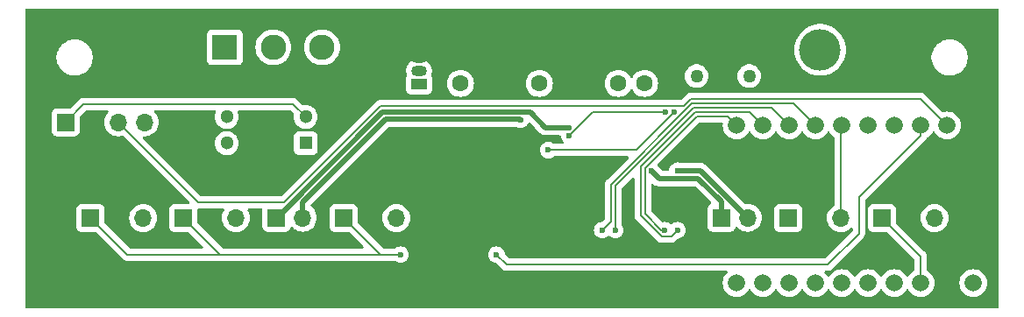
<source format=gbl>
G04 #@! TF.GenerationSoftware,KiCad,Pcbnew,8.0.3*
G04 #@! TF.CreationDate,2025-05-14T17:31:42-04:00*
G04 #@! TF.ProjectId,Sp-I,53702d49-2e6b-4696-9361-645f70636258,rev?*
G04 #@! TF.SameCoordinates,Original*
G04 #@! TF.FileFunction,Copper,L2,Bot*
G04 #@! TF.FilePolarity,Positive*
%FSLAX46Y46*%
G04 Gerber Fmt 4.6, Leading zero omitted, Abs format (unit mm)*
G04 Created by KiCad (PCBNEW 8.0.3) date 2025-05-14 17:31:42*
%MOMM*%
%LPD*%
G01*
G04 APERTURE LIST*
G04 #@! TA.AperFunction,ComponentPad*
%ADD10C,1.270000*%
G04 #@! TD*
G04 #@! TA.AperFunction,ComponentPad*
%ADD11R,1.700000X1.700000*%
G04 #@! TD*
G04 #@! TA.AperFunction,ComponentPad*
%ADD12O,1.700000X1.700000*%
G04 #@! TD*
G04 #@! TA.AperFunction,ComponentPad*
%ADD13C,1.665000*%
G04 #@! TD*
G04 #@! TA.AperFunction,ComponentPad*
%ADD14R,1.300000X1.300000*%
G04 #@! TD*
G04 #@! TA.AperFunction,ComponentPad*
%ADD15C,1.300000*%
G04 #@! TD*
G04 #@! TA.AperFunction,ComponentPad*
%ADD16R,2.450000X2.450000*%
G04 #@! TD*
G04 #@! TA.AperFunction,ComponentPad*
%ADD17C,2.450000*%
G04 #@! TD*
G04 #@! TA.AperFunction,ComponentPad*
%ADD18O,1.500000X1.050000*%
G04 #@! TD*
G04 #@! TA.AperFunction,ComponentPad*
%ADD19R,1.500000X1.050000*%
G04 #@! TD*
G04 #@! TA.AperFunction,ComponentPad*
%ADD20C,1.600200*%
G04 #@! TD*
G04 #@! TA.AperFunction,ComponentPad*
%ADD21C,4.000000*%
G04 #@! TD*
G04 #@! TA.AperFunction,ComponentPad*
%ADD22R,3.800000X3.800000*%
G04 #@! TD*
G04 #@! TA.AperFunction,ViaPad*
%ADD23C,0.600000*%
G04 #@! TD*
G04 #@! TA.AperFunction,Conductor*
%ADD24C,0.200000*%
G04 #@! TD*
G04 #@! TA.AperFunction,Conductor*
%ADD25C,0.500000*%
G04 #@! TD*
G04 APERTURE END LIST*
D10*
X170394900Y-127028000D03*
X167854900Y-127028000D03*
X165314900Y-127028000D03*
D11*
X131250000Y-140750000D03*
D12*
X133790000Y-140750000D03*
X136330000Y-140750000D03*
D11*
X124750000Y-140725000D03*
D12*
X127290000Y-140725000D03*
D11*
X167710000Y-140725000D03*
D12*
X170250000Y-140725000D03*
X188290000Y-140750000D03*
X185750000Y-140750000D03*
D11*
X183210000Y-140750000D03*
D12*
X179250000Y-140750000D03*
X176710000Y-140750000D03*
D11*
X174170000Y-140750000D03*
X115750000Y-140750000D03*
D12*
X118290000Y-140750000D03*
X120830000Y-140750000D03*
D13*
X192040000Y-131800000D03*
X189500000Y-147040000D03*
X189500000Y-131800000D03*
X192040000Y-147040000D03*
X186960000Y-147040000D03*
X184420000Y-147040000D03*
X181880000Y-147040000D03*
X179340000Y-147040000D03*
X176800000Y-147040000D03*
X174260000Y-147040000D03*
X171720000Y-147040000D03*
X169180000Y-147040000D03*
X169180000Y-131800000D03*
X171720000Y-131800000D03*
X174260000Y-131800000D03*
X176800000Y-131800000D03*
X179340000Y-131800000D03*
X181880000Y-131800000D03*
X184420000Y-131800000D03*
X186960000Y-131800000D03*
D14*
X127560000Y-133520000D03*
D15*
X127560000Y-130980000D03*
X119940000Y-130980000D03*
X119940000Y-133520000D03*
D16*
X119750000Y-124250000D03*
D17*
X124450000Y-124250000D03*
X129150000Y-124250000D03*
D18*
X138500000Y-125250000D03*
X138500000Y-126520000D03*
D19*
X138500000Y-127790000D03*
D20*
X142510000Y-127744999D03*
X150130000Y-127744999D03*
X157750000Y-127744999D03*
X160290000Y-127744999D03*
D21*
X177250000Y-124500000D03*
D22*
X182250000Y-124500000D03*
D12*
X112000000Y-131500000D03*
X109460000Y-131500000D03*
X106920000Y-131500000D03*
D11*
X104380000Y-131500000D03*
D12*
X111870000Y-140750000D03*
X109330000Y-140750000D03*
D11*
X106790000Y-140750000D03*
D23*
X162321758Y-130550000D03*
X153010134Y-132798967D03*
X136710148Y-144300000D03*
X163170285Y-130550000D03*
X151000000Y-134187500D03*
X146000000Y-144300000D03*
X156195000Y-141939401D03*
X157465000Y-141939401D03*
X163465000Y-141939401D03*
X162195000Y-141939401D03*
X160925000Y-136189399D03*
X163465000Y-136189399D03*
X148310951Y-131250000D03*
X152969440Y-132000000D03*
X101000000Y-133000000D03*
D24*
X153019002Y-132798967D02*
X155267969Y-130550000D01*
X153010134Y-132798967D02*
X153019002Y-132798967D01*
X155267969Y-130550000D02*
X162321758Y-130550000D01*
X106130000Y-129750000D02*
X126330000Y-129750000D01*
X126330000Y-129750000D02*
X127560000Y-130980000D01*
X104380000Y-131500000D02*
X106130000Y-129750000D01*
X120250000Y-144300000D02*
X110340000Y-144300000D01*
X120250000Y-144300000D02*
X119300000Y-144300000D01*
X134800000Y-144300000D02*
X120250000Y-144300000D01*
X110340000Y-144300000D02*
X106790000Y-140750000D01*
X119300000Y-144300000D02*
X115750000Y-140750000D01*
X134800000Y-144300000D02*
X131250000Y-140750000D01*
X136710148Y-144300000D02*
X134800000Y-144300000D01*
X186950000Y-129250000D02*
X189500000Y-131800000D01*
X164053127Y-129950000D02*
X164753127Y-129250000D01*
X125472182Y-139250000D02*
X134772182Y-129950000D01*
X117210000Y-139250000D02*
X125472182Y-139250000D01*
X134772182Y-129950000D02*
X164053127Y-129950000D01*
X164753127Y-129250000D02*
X186950000Y-129250000D01*
X109460000Y-131500000D02*
X117210000Y-139250000D01*
X159532785Y-134187500D02*
X163170285Y-130550000D01*
X151000000Y-134187500D02*
X159532785Y-134187500D01*
D25*
X135000000Y-130500000D02*
X124775000Y-140725000D01*
X124775000Y-140725000D02*
X124750000Y-140725000D01*
X150735601Y-132000000D02*
X149235601Y-130500000D01*
X149235601Y-130500000D02*
X135000000Y-130500000D01*
X152969440Y-132000000D02*
X150735601Y-132000000D01*
D24*
X186960000Y-144500000D02*
X183210000Y-140750000D01*
X186960000Y-147040000D02*
X186960000Y-144500000D01*
X146950000Y-145250000D02*
X146000000Y-144300000D01*
X181000000Y-138750000D02*
X181000000Y-142250000D01*
X186960000Y-132790000D02*
X181000000Y-138750000D01*
X178000000Y-145250000D02*
X146950000Y-145250000D01*
X186960000Y-131800000D02*
X186960000Y-132790000D01*
X181000000Y-142250000D02*
X178000000Y-145250000D01*
X179250000Y-131890000D02*
X179340000Y-131800000D01*
X179250000Y-140750000D02*
X179250000Y-131890000D01*
X157065000Y-141069401D02*
X156195000Y-141939401D01*
X157065000Y-137503813D02*
X157065000Y-141069401D01*
X164868813Y-129700000D02*
X157065000Y-137503813D01*
X174700000Y-129700000D02*
X164868813Y-129700000D01*
X176800000Y-131800000D02*
X174700000Y-129700000D01*
X157465000Y-137669499D02*
X157465000Y-141939401D01*
X164800184Y-130334315D02*
X157465000Y-137669499D01*
X174260000Y-131800000D02*
X172560000Y-130100000D01*
X172560000Y-130100000D02*
X165034498Y-130100000D01*
X165034498Y-130100000D02*
X164800184Y-130334315D01*
X162865000Y-142539401D02*
X163465000Y-141939401D01*
X161946471Y-142539401D02*
X162865000Y-142539401D01*
X159925000Y-140517930D02*
X161946471Y-142539401D01*
X165200184Y-130500000D02*
X159925000Y-135775184D01*
X159925000Y-135775184D02*
X159925000Y-140517930D01*
X171720000Y-131800000D02*
X170420000Y-130500000D01*
X170420000Y-130500000D02*
X165200184Y-130500000D01*
X160325000Y-135940870D02*
X160325000Y-140352244D01*
X165365870Y-130900000D02*
X160325000Y-135940870D01*
X161912157Y-141939401D02*
X162195000Y-141939401D01*
X168280000Y-130900000D02*
X165365870Y-130900000D01*
X169180000Y-131800000D02*
X168280000Y-130900000D01*
X160325000Y-140352244D02*
X161912157Y-141939401D01*
D25*
X165474449Y-136939399D02*
X161675000Y-136939399D01*
X161675000Y-136939399D02*
X160925000Y-136189399D01*
X167710000Y-139174950D02*
X165474449Y-136939399D01*
X167710000Y-140725000D02*
X167710000Y-139174950D01*
X165714399Y-136189399D02*
X163465000Y-136189399D01*
X170250000Y-140725000D02*
X165714399Y-136189399D01*
X135289950Y-131200000D02*
X127290000Y-139199950D01*
X148260951Y-131200000D02*
X135289950Y-131200000D01*
X127290000Y-139199950D02*
X127290000Y-140725000D01*
X148310951Y-131250000D02*
X148260951Y-131200000D01*
D24*
X138500000Y-126520000D02*
X137895000Y-126520000D01*
X138980000Y-126520000D02*
X138500000Y-126520000D01*
X106920000Y-131500000D02*
X105420000Y-133000000D01*
X105420000Y-133000000D02*
X101000000Y-133000000D01*
G04 #@! TA.AperFunction,Conductor*
G36*
X194442539Y-120520185D02*
G01*
X194488294Y-120572989D01*
X194499500Y-120624500D01*
X194499500Y-149375500D01*
X194479815Y-149442539D01*
X194427011Y-149488294D01*
X194375500Y-149499500D01*
X100624500Y-149499500D01*
X100557461Y-149479815D01*
X100511706Y-149427011D01*
X100500500Y-149375500D01*
X100500500Y-130602135D01*
X103029500Y-130602135D01*
X103029500Y-132397870D01*
X103029501Y-132397876D01*
X103035908Y-132457483D01*
X103086202Y-132592328D01*
X103086206Y-132592335D01*
X103172452Y-132707544D01*
X103172455Y-132707547D01*
X103287664Y-132793793D01*
X103287671Y-132793797D01*
X103422517Y-132844091D01*
X103422516Y-132844091D01*
X103429444Y-132844835D01*
X103482127Y-132850500D01*
X105277872Y-132850499D01*
X105337483Y-132844091D01*
X105472331Y-132793796D01*
X105587546Y-132707546D01*
X105673796Y-132592331D01*
X105724091Y-132457483D01*
X105730500Y-132397873D01*
X105730499Y-131050097D01*
X105750184Y-130983059D01*
X105766818Y-130962417D01*
X106342417Y-130386819D01*
X106403740Y-130353334D01*
X106430098Y-130350500D01*
X108400241Y-130350500D01*
X108467280Y-130370185D01*
X108513035Y-130422989D01*
X108522979Y-130492147D01*
X108493954Y-130555703D01*
X108487922Y-130562181D01*
X108421505Y-130628597D01*
X108285965Y-130822169D01*
X108285964Y-130822171D01*
X108186098Y-131036335D01*
X108186094Y-131036344D01*
X108124938Y-131264586D01*
X108124936Y-131264596D01*
X108104341Y-131499999D01*
X108104341Y-131500000D01*
X108124936Y-131735403D01*
X108124938Y-131735413D01*
X108186094Y-131963655D01*
X108186096Y-131963659D01*
X108186097Y-131963663D01*
X108228952Y-132055565D01*
X108285965Y-132177830D01*
X108285967Y-132177834D01*
X108394281Y-132332521D01*
X108421505Y-132371401D01*
X108588599Y-132538495D01*
X108673505Y-132597947D01*
X108782165Y-132674032D01*
X108782167Y-132674033D01*
X108782170Y-132674035D01*
X108996337Y-132773903D01*
X109224592Y-132835063D01*
X109401034Y-132850500D01*
X109459999Y-132855659D01*
X109460000Y-132855659D01*
X109460001Y-132855659D01*
X109518966Y-132850500D01*
X109695408Y-132835063D01*
X109823757Y-132800672D01*
X109893606Y-132802335D01*
X109943531Y-132832766D01*
X116298584Y-139187819D01*
X116332069Y-139249142D01*
X116327085Y-139318834D01*
X116285213Y-139374767D01*
X116219749Y-139399184D01*
X116210903Y-139399500D01*
X114852129Y-139399500D01*
X114852123Y-139399501D01*
X114792516Y-139405908D01*
X114657671Y-139456202D01*
X114657664Y-139456206D01*
X114542455Y-139542452D01*
X114542452Y-139542455D01*
X114456206Y-139657664D01*
X114456202Y-139657671D01*
X114405908Y-139792517D01*
X114402187Y-139827135D01*
X114399501Y-139852123D01*
X114399500Y-139852135D01*
X114399500Y-141647870D01*
X114399501Y-141647876D01*
X114405908Y-141707483D01*
X114456202Y-141842328D01*
X114456206Y-141842335D01*
X114542452Y-141957544D01*
X114542455Y-141957547D01*
X114657664Y-142043793D01*
X114657671Y-142043797D01*
X114792517Y-142094091D01*
X114792516Y-142094091D01*
X114799444Y-142094835D01*
X114852127Y-142100500D01*
X116199902Y-142100499D01*
X116266941Y-142120184D01*
X116287583Y-142136818D01*
X117638584Y-143487819D01*
X117672069Y-143549142D01*
X117667085Y-143618834D01*
X117625213Y-143674767D01*
X117559749Y-143699184D01*
X117550903Y-143699500D01*
X110640097Y-143699500D01*
X110573058Y-143679815D01*
X110552416Y-143663181D01*
X108176818Y-141287583D01*
X108143333Y-141226260D01*
X108140499Y-141199902D01*
X108140499Y-140749999D01*
X110514341Y-140749999D01*
X110514341Y-140750000D01*
X110534936Y-140985403D01*
X110534938Y-140985413D01*
X110596094Y-141213655D01*
X110596096Y-141213659D01*
X110596097Y-141213663D01*
X110668842Y-141369664D01*
X110695965Y-141427830D01*
X110695967Y-141427834D01*
X110804281Y-141582521D01*
X110831505Y-141621401D01*
X110998599Y-141788495D01*
X111095384Y-141856265D01*
X111192165Y-141924032D01*
X111192167Y-141924033D01*
X111192170Y-141924035D01*
X111406337Y-142023903D01*
X111634592Y-142085063D01*
X111811034Y-142100500D01*
X111869999Y-142105659D01*
X111870000Y-142105659D01*
X111870001Y-142105659D01*
X111928966Y-142100500D01*
X112105408Y-142085063D01*
X112333663Y-142023903D01*
X112547830Y-141924035D01*
X112741401Y-141788495D01*
X112908495Y-141621401D01*
X113044035Y-141427830D01*
X113143903Y-141213663D01*
X113205063Y-140985408D01*
X113225659Y-140750000D01*
X113205063Y-140514592D01*
X113143903Y-140286337D01*
X113044035Y-140072171D01*
X113030015Y-140052147D01*
X112908494Y-139878597D01*
X112741402Y-139711506D01*
X112741395Y-139711501D01*
X112547834Y-139575967D01*
X112547830Y-139575965D01*
X112542085Y-139573286D01*
X112333663Y-139476097D01*
X112333659Y-139476096D01*
X112333655Y-139476094D01*
X112105413Y-139414938D01*
X112105403Y-139414936D01*
X111870001Y-139394341D01*
X111869999Y-139394341D01*
X111634596Y-139414936D01*
X111634586Y-139414938D01*
X111406344Y-139476094D01*
X111406335Y-139476098D01*
X111192171Y-139575964D01*
X111192169Y-139575965D01*
X110998597Y-139711505D01*
X110831505Y-139878597D01*
X110695965Y-140072169D01*
X110695964Y-140072171D01*
X110596098Y-140286335D01*
X110596094Y-140286344D01*
X110534938Y-140514586D01*
X110534936Y-140514596D01*
X110514341Y-140749999D01*
X108140499Y-140749999D01*
X108140499Y-139852129D01*
X108140498Y-139852123D01*
X108140497Y-139852116D01*
X108134091Y-139792517D01*
X108130897Y-139783954D01*
X108083797Y-139657671D01*
X108083793Y-139657664D01*
X107997547Y-139542455D01*
X107997544Y-139542452D01*
X107882335Y-139456206D01*
X107882328Y-139456202D01*
X107747482Y-139405908D01*
X107747483Y-139405908D01*
X107687883Y-139399501D01*
X107687881Y-139399500D01*
X107687873Y-139399500D01*
X107687864Y-139399500D01*
X105892129Y-139399500D01*
X105892123Y-139399501D01*
X105832516Y-139405908D01*
X105697671Y-139456202D01*
X105697664Y-139456206D01*
X105582455Y-139542452D01*
X105582452Y-139542455D01*
X105496206Y-139657664D01*
X105496202Y-139657671D01*
X105445908Y-139792517D01*
X105442187Y-139827135D01*
X105439501Y-139852123D01*
X105439500Y-139852135D01*
X105439500Y-141647870D01*
X105439501Y-141647876D01*
X105445908Y-141707483D01*
X105496202Y-141842328D01*
X105496206Y-141842335D01*
X105582452Y-141957544D01*
X105582455Y-141957547D01*
X105697664Y-142043793D01*
X105697671Y-142043797D01*
X105832517Y-142094091D01*
X105832516Y-142094091D01*
X105839444Y-142094835D01*
X105892127Y-142100500D01*
X107239902Y-142100499D01*
X107306941Y-142120184D01*
X107327583Y-142136818D01*
X109855139Y-144664374D01*
X109855149Y-144664385D01*
X109859479Y-144668715D01*
X109859480Y-144668716D01*
X109971284Y-144780520D01*
X110058095Y-144830639D01*
X110058097Y-144830641D01*
X110096151Y-144852611D01*
X110108215Y-144859577D01*
X110260943Y-144900500D01*
X110419057Y-144900500D01*
X119220943Y-144900500D01*
X119379057Y-144900500D01*
X120170943Y-144900500D01*
X134720943Y-144900500D01*
X136127736Y-144900500D01*
X136194775Y-144920185D01*
X136205051Y-144927555D01*
X136207884Y-144929814D01*
X136207886Y-144929816D01*
X136360626Y-145025789D01*
X136530890Y-145085367D01*
X136530893Y-145085368D01*
X136530898Y-145085369D01*
X136710144Y-145105565D01*
X136710148Y-145105565D01*
X136710152Y-145105565D01*
X136889397Y-145085369D01*
X136889400Y-145085368D01*
X136889403Y-145085368D01*
X137059670Y-145025789D01*
X137212410Y-144929816D01*
X137339964Y-144802262D01*
X137435937Y-144649522D01*
X137495516Y-144479255D01*
X137515713Y-144300000D01*
X137506715Y-144220142D01*
X137495517Y-144120750D01*
X137495516Y-144120745D01*
X137435936Y-143950476D01*
X137339963Y-143797737D01*
X137212410Y-143670184D01*
X137059671Y-143574211D01*
X136889402Y-143514631D01*
X136889397Y-143514630D01*
X136710152Y-143494435D01*
X136710144Y-143494435D01*
X136530898Y-143514630D01*
X136530893Y-143514631D01*
X136360624Y-143574211D01*
X136207884Y-143670185D01*
X136205051Y-143672445D01*
X136202872Y-143673334D01*
X136201990Y-143673889D01*
X136201892Y-143673734D01*
X136140365Y-143698855D01*
X136127736Y-143699500D01*
X135100097Y-143699500D01*
X135033058Y-143679815D01*
X135012416Y-143663181D01*
X132636818Y-141287583D01*
X132603333Y-141226260D01*
X132600499Y-141199902D01*
X132600499Y-140749999D01*
X134974341Y-140749999D01*
X134974341Y-140750000D01*
X134994936Y-140985403D01*
X134994938Y-140985413D01*
X135056094Y-141213655D01*
X135056096Y-141213659D01*
X135056097Y-141213663D01*
X135128842Y-141369664D01*
X135155965Y-141427830D01*
X135155967Y-141427834D01*
X135264281Y-141582521D01*
X135291505Y-141621401D01*
X135458599Y-141788495D01*
X135555384Y-141856265D01*
X135652165Y-141924032D01*
X135652167Y-141924033D01*
X135652170Y-141924035D01*
X135866337Y-142023903D01*
X136094592Y-142085063D01*
X136271034Y-142100500D01*
X136329999Y-142105659D01*
X136330000Y-142105659D01*
X136330001Y-142105659D01*
X136388966Y-142100500D01*
X136565408Y-142085063D01*
X136793663Y-142023903D01*
X137007830Y-141924035D01*
X137201401Y-141788495D01*
X137368495Y-141621401D01*
X137504035Y-141427830D01*
X137603903Y-141213663D01*
X137665063Y-140985408D01*
X137685659Y-140750000D01*
X137665063Y-140514592D01*
X137603903Y-140286337D01*
X137504035Y-140072171D01*
X137490015Y-140052147D01*
X137368494Y-139878597D01*
X137201402Y-139711506D01*
X137201395Y-139711501D01*
X137007834Y-139575967D01*
X137007830Y-139575965D01*
X137002085Y-139573286D01*
X136793663Y-139476097D01*
X136793659Y-139476096D01*
X136793655Y-139476094D01*
X136565413Y-139414938D01*
X136565403Y-139414936D01*
X136330001Y-139394341D01*
X136329999Y-139394341D01*
X136094596Y-139414936D01*
X136094586Y-139414938D01*
X135866344Y-139476094D01*
X135866335Y-139476098D01*
X135652171Y-139575964D01*
X135652169Y-139575965D01*
X135458597Y-139711505D01*
X135291505Y-139878597D01*
X135155965Y-140072169D01*
X135155964Y-140072171D01*
X135056098Y-140286335D01*
X135056094Y-140286344D01*
X134994938Y-140514586D01*
X134994936Y-140514596D01*
X134974341Y-140749999D01*
X132600499Y-140749999D01*
X132600499Y-139852129D01*
X132600498Y-139852123D01*
X132600497Y-139852116D01*
X132594091Y-139792517D01*
X132590897Y-139783954D01*
X132543797Y-139657671D01*
X132543793Y-139657664D01*
X132457547Y-139542455D01*
X132457544Y-139542452D01*
X132342335Y-139456206D01*
X132342328Y-139456202D01*
X132207482Y-139405908D01*
X132207483Y-139405908D01*
X132147883Y-139399501D01*
X132147881Y-139399500D01*
X132147873Y-139399500D01*
X132147864Y-139399500D01*
X130352129Y-139399500D01*
X130352123Y-139399501D01*
X130292516Y-139405908D01*
X130157671Y-139456202D01*
X130157664Y-139456206D01*
X130042455Y-139542452D01*
X130042452Y-139542455D01*
X129956206Y-139657664D01*
X129956202Y-139657671D01*
X129905908Y-139792517D01*
X129902187Y-139827135D01*
X129899501Y-139852123D01*
X129899500Y-139852135D01*
X129899500Y-141647870D01*
X129899501Y-141647876D01*
X129905908Y-141707483D01*
X129956202Y-141842328D01*
X129956206Y-141842335D01*
X130042452Y-141957544D01*
X130042455Y-141957547D01*
X130157664Y-142043793D01*
X130157671Y-142043797D01*
X130292517Y-142094091D01*
X130292516Y-142094091D01*
X130299444Y-142094835D01*
X130352127Y-142100500D01*
X131699902Y-142100499D01*
X131766941Y-142120184D01*
X131787583Y-142136818D01*
X133138584Y-143487819D01*
X133172069Y-143549142D01*
X133167085Y-143618834D01*
X133125213Y-143674767D01*
X133059749Y-143699184D01*
X133050903Y-143699500D01*
X119600097Y-143699500D01*
X119533058Y-143679815D01*
X119512416Y-143663181D01*
X117136818Y-141287583D01*
X117103333Y-141226260D01*
X117100499Y-141199902D01*
X117100499Y-139974500D01*
X117120184Y-139907461D01*
X117172988Y-139861706D01*
X117224499Y-139850500D01*
X117289057Y-139850500D01*
X119572979Y-139850500D01*
X119640018Y-139870185D01*
X119685773Y-139922989D01*
X119695717Y-139992147D01*
X119674554Y-140045621D01*
X119669986Y-140052147D01*
X119655963Y-140072173D01*
X119556098Y-140286335D01*
X119556094Y-140286344D01*
X119494938Y-140514586D01*
X119494936Y-140514596D01*
X119474341Y-140749999D01*
X119474341Y-140750000D01*
X119494936Y-140985403D01*
X119494938Y-140985413D01*
X119556094Y-141213655D01*
X119556096Y-141213659D01*
X119556097Y-141213663D01*
X119628842Y-141369664D01*
X119655965Y-141427830D01*
X119655967Y-141427834D01*
X119764281Y-141582521D01*
X119791505Y-141621401D01*
X119958599Y-141788495D01*
X120055384Y-141856265D01*
X120152165Y-141924032D01*
X120152167Y-141924033D01*
X120152170Y-141924035D01*
X120366337Y-142023903D01*
X120594592Y-142085063D01*
X120771034Y-142100500D01*
X120829999Y-142105659D01*
X120830000Y-142105659D01*
X120830001Y-142105659D01*
X120888966Y-142100500D01*
X121065408Y-142085063D01*
X121293663Y-142023903D01*
X121507830Y-141924035D01*
X121701401Y-141788495D01*
X121868495Y-141621401D01*
X122004035Y-141427830D01*
X122103903Y-141213663D01*
X122165063Y-140985408D01*
X122185659Y-140750000D01*
X122165063Y-140514592D01*
X122103903Y-140286337D01*
X122004035Y-140072171D01*
X121985445Y-140045622D01*
X121963119Y-139979418D01*
X121980129Y-139911650D01*
X122031077Y-139863837D01*
X122087021Y-139850500D01*
X123275500Y-139850500D01*
X123342539Y-139870185D01*
X123388294Y-139922989D01*
X123399500Y-139974500D01*
X123399500Y-141622870D01*
X123399501Y-141622876D01*
X123405908Y-141682483D01*
X123456202Y-141817328D01*
X123456206Y-141817335D01*
X123542452Y-141932544D01*
X123542455Y-141932547D01*
X123657664Y-142018793D01*
X123657671Y-142018797D01*
X123792517Y-142069091D01*
X123792516Y-142069091D01*
X123799444Y-142069835D01*
X123852127Y-142075500D01*
X125647872Y-142075499D01*
X125707483Y-142069091D01*
X125842331Y-142018796D01*
X125957546Y-141932546D01*
X126043796Y-141817331D01*
X126092810Y-141685916D01*
X126134681Y-141629984D01*
X126200145Y-141605566D01*
X126268418Y-141620417D01*
X126296673Y-141641569D01*
X126418599Y-141763495D01*
X126515384Y-141831265D01*
X126612165Y-141899032D01*
X126612167Y-141899033D01*
X126612170Y-141899035D01*
X126826337Y-141998903D01*
X127054592Y-142060063D01*
X127231034Y-142075500D01*
X127289999Y-142080659D01*
X127290000Y-142080659D01*
X127290001Y-142080659D01*
X127348966Y-142075500D01*
X127525408Y-142060063D01*
X127753663Y-141998903D01*
X127967830Y-141899035D01*
X128161401Y-141763495D01*
X128328495Y-141596401D01*
X128464035Y-141402830D01*
X128563903Y-141188663D01*
X128625063Y-140960408D01*
X128645659Y-140725000D01*
X128625063Y-140489592D01*
X128563903Y-140261337D01*
X128464035Y-140047171D01*
X128413151Y-139974500D01*
X128328494Y-139853597D01*
X128161403Y-139686507D01*
X128161402Y-139686506D01*
X128161401Y-139686505D01*
X128120212Y-139657664D01*
X128108009Y-139649119D01*
X128064385Y-139594541D01*
X128057193Y-139525042D01*
X128088716Y-139462688D01*
X128091421Y-139459896D01*
X135564499Y-131986819D01*
X135625822Y-131953334D01*
X135652180Y-131950500D01*
X147885457Y-131950500D01*
X147951428Y-131969506D01*
X147961425Y-131975787D01*
X147961426Y-131975787D01*
X147961429Y-131975789D01*
X148123077Y-132032352D01*
X148131696Y-132035368D01*
X148131701Y-132035369D01*
X148310947Y-132055565D01*
X148310951Y-132055565D01*
X148310955Y-132055565D01*
X148490200Y-132035369D01*
X148490203Y-132035368D01*
X148490206Y-132035368D01*
X148660473Y-131975789D01*
X148813213Y-131879816D01*
X148940767Y-131752262D01*
X149036740Y-131599522D01*
X149036741Y-131599520D01*
X149037952Y-131597006D01*
X149039166Y-131595660D01*
X149040445Y-131593626D01*
X149040801Y-131593849D01*
X149084772Y-131545144D01*
X149152198Y-131526829D01*
X149218823Y-131547874D01*
X149237355Y-131563122D01*
X149706586Y-132032352D01*
X150152649Y-132478415D01*
X150152650Y-132478416D01*
X150212727Y-132538493D01*
X150257186Y-132582952D01*
X150380099Y-132665080D01*
X150380112Y-132665087D01*
X150482621Y-132707547D01*
X150516688Y-132721658D01*
X150516692Y-132721658D01*
X150516693Y-132721659D01*
X150661680Y-132750500D01*
X150661683Y-132750500D01*
X152088295Y-132750500D01*
X152155334Y-132770185D01*
X152201089Y-132822989D01*
X152211515Y-132860617D01*
X152224764Y-132978216D01*
X152224765Y-132978221D01*
X152284345Y-133148490D01*
X152380318Y-133301229D01*
X152454408Y-133375319D01*
X152487893Y-133436642D01*
X152482909Y-133506334D01*
X152441037Y-133562267D01*
X152375573Y-133586684D01*
X152366727Y-133587000D01*
X151582412Y-133587000D01*
X151515373Y-133567315D01*
X151505097Y-133559945D01*
X151502263Y-133557685D01*
X151502262Y-133557684D01*
X151420539Y-133506334D01*
X151349523Y-133461711D01*
X151179254Y-133402131D01*
X151179249Y-133402130D01*
X151000004Y-133381935D01*
X150999996Y-133381935D01*
X150820750Y-133402130D01*
X150820745Y-133402131D01*
X150650476Y-133461711D01*
X150497737Y-133557684D01*
X150370184Y-133685237D01*
X150274211Y-133837976D01*
X150214631Y-134008245D01*
X150214630Y-134008250D01*
X150194435Y-134187496D01*
X150194435Y-134187503D01*
X150214630Y-134366749D01*
X150214631Y-134366754D01*
X150274211Y-134537023D01*
X150285066Y-134554298D01*
X150370184Y-134689762D01*
X150497738Y-134817316D01*
X150650478Y-134913289D01*
X150820745Y-134972868D01*
X150820750Y-134972869D01*
X150999996Y-134993065D01*
X151000000Y-134993065D01*
X151000004Y-134993065D01*
X151179249Y-134972869D01*
X151179252Y-134972868D01*
X151179255Y-134972868D01*
X151349522Y-134913289D01*
X151502262Y-134817316D01*
X151502267Y-134817310D01*
X151505097Y-134815055D01*
X151507275Y-134814165D01*
X151508158Y-134813611D01*
X151508255Y-134813765D01*
X151569783Y-134788645D01*
X151582412Y-134788000D01*
X158632216Y-134788000D01*
X158699255Y-134807685D01*
X158745010Y-134860489D01*
X158754954Y-134929647D01*
X158725929Y-134993203D01*
X158719898Y-134999679D01*
X157640795Y-136078782D01*
X156696286Y-137023291D01*
X156584481Y-137135095D01*
X156584479Y-137135098D01*
X156534361Y-137221907D01*
X156534359Y-137221909D01*
X156505425Y-137272022D01*
X156505424Y-137272023D01*
X156505423Y-137272028D01*
X156464499Y-137424756D01*
X156464499Y-137424758D01*
X156464499Y-137592859D01*
X156464500Y-137592872D01*
X156464500Y-140769303D01*
X156444815Y-140836342D01*
X156428181Y-140856984D01*
X156176465Y-141108699D01*
X156115142Y-141142184D01*
X156102668Y-141144238D01*
X156015750Y-141154031D01*
X155845478Y-141213611D01*
X155692737Y-141309585D01*
X155565184Y-141437138D01*
X155469211Y-141589877D01*
X155409631Y-141760146D01*
X155409630Y-141760151D01*
X155389435Y-141939397D01*
X155389435Y-141939404D01*
X155409630Y-142118650D01*
X155409631Y-142118655D01*
X155469211Y-142288924D01*
X155560000Y-142433412D01*
X155565184Y-142441663D01*
X155692738Y-142569217D01*
X155845478Y-142665190D01*
X156015742Y-142724768D01*
X156015745Y-142724769D01*
X156015750Y-142724770D01*
X156194996Y-142744966D01*
X156195000Y-142744966D01*
X156195004Y-142744966D01*
X156374249Y-142724770D01*
X156374252Y-142724769D01*
X156374255Y-142724769D01*
X156544522Y-142665190D01*
X156697262Y-142569217D01*
X156742319Y-142524160D01*
X156803642Y-142490675D01*
X156873334Y-142495659D01*
X156917681Y-142524160D01*
X156962738Y-142569217D01*
X157115478Y-142665190D01*
X157285742Y-142724768D01*
X157285745Y-142724769D01*
X157285750Y-142724770D01*
X157464996Y-142744966D01*
X157465000Y-142744966D01*
X157465004Y-142744966D01*
X157644249Y-142724770D01*
X157644252Y-142724769D01*
X157644255Y-142724769D01*
X157814522Y-142665190D01*
X157967262Y-142569217D01*
X158094816Y-142441663D01*
X158190789Y-142288923D01*
X158250368Y-142118656D01*
X158250369Y-142118650D01*
X158270565Y-141939404D01*
X158270565Y-141939397D01*
X158250369Y-141760151D01*
X158250368Y-141760146D01*
X158224394Y-141685917D01*
X158190789Y-141589879D01*
X158094816Y-141437139D01*
X158094814Y-141437137D01*
X158094813Y-141437135D01*
X158092550Y-141434297D01*
X158091659Y-141432116D01*
X158091111Y-141431243D01*
X158091264Y-141431146D01*
X158066144Y-141369610D01*
X158065500Y-141356988D01*
X158065500Y-137969596D01*
X158085185Y-137902557D01*
X158101819Y-137881915D01*
X159112819Y-136870915D01*
X159174142Y-136837430D01*
X159243834Y-136842414D01*
X159299767Y-136884286D01*
X159324184Y-136949750D01*
X159324500Y-136958596D01*
X159324500Y-140431260D01*
X159324499Y-140431278D01*
X159324499Y-140438873D01*
X159324499Y-140596987D01*
X159345917Y-140676919D01*
X159365422Y-140749714D01*
X159365423Y-140749715D01*
X159365588Y-140750000D01*
X159376733Y-140769303D01*
X159444479Y-140886644D01*
X159444481Y-140886647D01*
X159563349Y-141005515D01*
X159563354Y-141005519D01*
X161577755Y-143019921D01*
X161577757Y-143019922D01*
X161577761Y-143019925D01*
X161714680Y-143098974D01*
X161714687Y-143098978D01*
X161867414Y-143139902D01*
X161867416Y-143139902D01*
X162033125Y-143139902D01*
X162033141Y-143139901D01*
X162778331Y-143139901D01*
X162778347Y-143139902D01*
X162785943Y-143139902D01*
X162944054Y-143139902D01*
X162944057Y-143139902D01*
X163096785Y-143098978D01*
X163146904Y-143070040D01*
X163233716Y-143019921D01*
X163345520Y-142908117D01*
X163345520Y-142908115D01*
X163355728Y-142897908D01*
X163355730Y-142897905D01*
X163483535Y-142770099D01*
X163544856Y-142736616D01*
X163557311Y-142734564D01*
X163644255Y-142724769D01*
X163814522Y-142665190D01*
X163967262Y-142569217D01*
X164094816Y-142441663D01*
X164190789Y-142288923D01*
X164250368Y-142118656D01*
X164250369Y-142118650D01*
X164270565Y-141939404D01*
X164270565Y-141939397D01*
X164250369Y-141760151D01*
X164250368Y-141760146D01*
X164224394Y-141685917D01*
X164190789Y-141589879D01*
X164094816Y-141437139D01*
X163967262Y-141309585D01*
X163874445Y-141251264D01*
X163814523Y-141213612D01*
X163644254Y-141154032D01*
X163644249Y-141154031D01*
X163465004Y-141133836D01*
X163464996Y-141133836D01*
X163285750Y-141154031D01*
X163285745Y-141154032D01*
X163115476Y-141213612D01*
X162962737Y-141309585D01*
X162917680Y-141354642D01*
X162856357Y-141388126D01*
X162786665Y-141383141D01*
X162742320Y-141354642D01*
X162697263Y-141309586D01*
X162697262Y-141309585D01*
X162544523Y-141213612D01*
X162374254Y-141154032D01*
X162374249Y-141154031D01*
X162195004Y-141133836D01*
X162194996Y-141133836D01*
X162039384Y-141151368D01*
X161970562Y-141139313D01*
X161937820Y-141115829D01*
X160961819Y-140139828D01*
X160928334Y-140078505D01*
X160925500Y-140052147D01*
X160925500Y-137550628D01*
X160945185Y-137483589D01*
X160997989Y-137437834D01*
X161067147Y-137427890D01*
X161130703Y-137456915D01*
X161137167Y-137462933D01*
X161196584Y-137522350D01*
X161196585Y-137522351D01*
X161319498Y-137604479D01*
X161319511Y-137604486D01*
X161456082Y-137661055D01*
X161456087Y-137661057D01*
X161456091Y-137661057D01*
X161456092Y-137661058D01*
X161601079Y-137689899D01*
X161601082Y-137689899D01*
X161748917Y-137689899D01*
X165112219Y-137689899D01*
X165179258Y-137709584D01*
X165199900Y-137726218D01*
X165991897Y-138518215D01*
X166690427Y-139216744D01*
X166723912Y-139278067D01*
X166718928Y-139347759D01*
X166677056Y-139403692D01*
X166646080Y-139420607D01*
X166617670Y-139431203D01*
X166617664Y-139431206D01*
X166502455Y-139517452D01*
X166502452Y-139517455D01*
X166416206Y-139632664D01*
X166416202Y-139632671D01*
X166365908Y-139767517D01*
X166359501Y-139827116D01*
X166359500Y-139827135D01*
X166359500Y-141622870D01*
X166359501Y-141622876D01*
X166365908Y-141682483D01*
X166416202Y-141817328D01*
X166416206Y-141817335D01*
X166502452Y-141932544D01*
X166502455Y-141932547D01*
X166617664Y-142018793D01*
X166617671Y-142018797D01*
X166752517Y-142069091D01*
X166752516Y-142069091D01*
X166759444Y-142069835D01*
X166812127Y-142075500D01*
X168607872Y-142075499D01*
X168667483Y-142069091D01*
X168802331Y-142018796D01*
X168917546Y-141932546D01*
X169003796Y-141817331D01*
X169052810Y-141685916D01*
X169094681Y-141629984D01*
X169160145Y-141605566D01*
X169228418Y-141620417D01*
X169256673Y-141641569D01*
X169378599Y-141763495D01*
X169475384Y-141831265D01*
X169572165Y-141899032D01*
X169572167Y-141899033D01*
X169572170Y-141899035D01*
X169786337Y-141998903D01*
X170014592Y-142060063D01*
X170191034Y-142075500D01*
X170249999Y-142080659D01*
X170250000Y-142080659D01*
X170250001Y-142080659D01*
X170308966Y-142075500D01*
X170485408Y-142060063D01*
X170713663Y-141998903D01*
X170927830Y-141899035D01*
X171121401Y-141763495D01*
X171288495Y-141596401D01*
X171424035Y-141402830D01*
X171523903Y-141188663D01*
X171585063Y-140960408D01*
X171605659Y-140725000D01*
X171585063Y-140489592D01*
X171523903Y-140261337D01*
X171424035Y-140047171D01*
X171373151Y-139974500D01*
X171288494Y-139853597D01*
X171287032Y-139852135D01*
X172819500Y-139852135D01*
X172819500Y-141647870D01*
X172819501Y-141647876D01*
X172825908Y-141707483D01*
X172876202Y-141842328D01*
X172876206Y-141842335D01*
X172962452Y-141957544D01*
X172962455Y-141957547D01*
X173077664Y-142043793D01*
X173077671Y-142043797D01*
X173212517Y-142094091D01*
X173212516Y-142094091D01*
X173219444Y-142094835D01*
X173272127Y-142100500D01*
X175067872Y-142100499D01*
X175127483Y-142094091D01*
X175262331Y-142043796D01*
X175377546Y-141957546D01*
X175463796Y-141842331D01*
X175514091Y-141707483D01*
X175520500Y-141647873D01*
X175520499Y-139852128D01*
X175514091Y-139792517D01*
X175510897Y-139783954D01*
X175463797Y-139657671D01*
X175463793Y-139657664D01*
X175377547Y-139542455D01*
X175377544Y-139542452D01*
X175262335Y-139456206D01*
X175262328Y-139456202D01*
X175127482Y-139405908D01*
X175127483Y-139405908D01*
X175067883Y-139399501D01*
X175067881Y-139399500D01*
X175067873Y-139399500D01*
X175067864Y-139399500D01*
X173272129Y-139399500D01*
X173272123Y-139399501D01*
X173212516Y-139405908D01*
X173077671Y-139456202D01*
X173077664Y-139456206D01*
X172962455Y-139542452D01*
X172962452Y-139542455D01*
X172876206Y-139657664D01*
X172876202Y-139657671D01*
X172825908Y-139792517D01*
X172822187Y-139827135D01*
X172819501Y-139852123D01*
X172819500Y-139852135D01*
X171287032Y-139852135D01*
X171121402Y-139686506D01*
X171121395Y-139686501D01*
X170927834Y-139550967D01*
X170927830Y-139550965D01*
X170872238Y-139525042D01*
X170713663Y-139451097D01*
X170713659Y-139451096D01*
X170713655Y-139451094D01*
X170485413Y-139389938D01*
X170485403Y-139389936D01*
X170250001Y-139369341D01*
X170249998Y-139369341D01*
X170036985Y-139387977D01*
X169968485Y-139374210D01*
X169938497Y-139352130D01*
X166192820Y-135606451D01*
X166192813Y-135606445D01*
X166119128Y-135557211D01*
X166119128Y-135557212D01*
X166069890Y-135524312D01*
X165933316Y-135467742D01*
X165933306Y-135467739D01*
X165788319Y-135438899D01*
X165788317Y-135438899D01*
X163764972Y-135438899D01*
X163724017Y-135431941D01*
X163644254Y-135404030D01*
X163644249Y-135404029D01*
X163465004Y-135383834D01*
X163464996Y-135383834D01*
X163285750Y-135404029D01*
X163285745Y-135404030D01*
X163115476Y-135463610D01*
X162962737Y-135559583D01*
X162835184Y-135687136D01*
X162739210Y-135839877D01*
X162679630Y-136010149D01*
X162671898Y-136078782D01*
X162644832Y-136143196D01*
X162587237Y-136182751D01*
X162548678Y-136188899D01*
X162037229Y-136188899D01*
X161970190Y-136169214D01*
X161949548Y-136152580D01*
X161678308Y-135881339D01*
X161655643Y-135845269D01*
X161653812Y-135846152D01*
X161650789Y-135839875D01*
X161558479Y-135692966D01*
X161539478Y-135625730D01*
X161559845Y-135558895D01*
X161575786Y-135539318D01*
X165578287Y-131536819D01*
X165639610Y-131503334D01*
X165665968Y-131500500D01*
X167732789Y-131500500D01*
X167799828Y-131520185D01*
X167845583Y-131572989D01*
X167856317Y-131635308D01*
X167841908Y-131799999D01*
X167841908Y-131800000D01*
X167862236Y-132032352D01*
X167862238Y-132032362D01*
X167922602Y-132257646D01*
X167922607Y-132257660D01*
X168015786Y-132457483D01*
X168021178Y-132469046D01*
X168154962Y-132660109D01*
X168319891Y-132825038D01*
X168510954Y-132958822D01*
X168616773Y-133008166D01*
X168722339Y-133057392D01*
X168722341Y-133057392D01*
X168722346Y-133057395D01*
X168947643Y-133117763D01*
X169133528Y-133134026D01*
X169179999Y-133138092D01*
X169180000Y-133138092D01*
X169180001Y-133138092D01*
X169218726Y-133134703D01*
X169412357Y-133117763D01*
X169637654Y-133057395D01*
X169849046Y-132958822D01*
X170040109Y-132825038D01*
X170205038Y-132660109D01*
X170338822Y-132469046D01*
X170338826Y-132469035D01*
X170341527Y-132464360D01*
X170343179Y-132465313D01*
X170383784Y-132419192D01*
X170450976Y-132400036D01*
X170517859Y-132420248D01*
X170556879Y-132465280D01*
X170558473Y-132464360D01*
X170561176Y-132469042D01*
X170561178Y-132469046D01*
X170694962Y-132660109D01*
X170859891Y-132825038D01*
X171050954Y-132958822D01*
X171156773Y-133008166D01*
X171262339Y-133057392D01*
X171262341Y-133057392D01*
X171262346Y-133057395D01*
X171487643Y-133117763D01*
X171673528Y-133134026D01*
X171719999Y-133138092D01*
X171720000Y-133138092D01*
X171720001Y-133138092D01*
X171758726Y-133134703D01*
X171952357Y-133117763D01*
X172177654Y-133057395D01*
X172389046Y-132958822D01*
X172580109Y-132825038D01*
X172745038Y-132660109D01*
X172878822Y-132469046D01*
X172878826Y-132469035D01*
X172881527Y-132464360D01*
X172883179Y-132465313D01*
X172923784Y-132419192D01*
X172990976Y-132400036D01*
X173057859Y-132420248D01*
X173096879Y-132465280D01*
X173098473Y-132464360D01*
X173101176Y-132469042D01*
X173101178Y-132469046D01*
X173234962Y-132660109D01*
X173399891Y-132825038D01*
X173590954Y-132958822D01*
X173696773Y-133008166D01*
X173802339Y-133057392D01*
X173802341Y-133057392D01*
X173802346Y-133057395D01*
X174027643Y-133117763D01*
X174213528Y-133134026D01*
X174259999Y-133138092D01*
X174260000Y-133138092D01*
X174260001Y-133138092D01*
X174298726Y-133134703D01*
X174492357Y-133117763D01*
X174717654Y-133057395D01*
X174929046Y-132958822D01*
X175120109Y-132825038D01*
X175285038Y-132660109D01*
X175418822Y-132469046D01*
X175418826Y-132469035D01*
X175421527Y-132464360D01*
X175423179Y-132465313D01*
X175463784Y-132419192D01*
X175530976Y-132400036D01*
X175597859Y-132420248D01*
X175636879Y-132465280D01*
X175638473Y-132464360D01*
X175641176Y-132469042D01*
X175641178Y-132469046D01*
X175774962Y-132660109D01*
X175939891Y-132825038D01*
X176130954Y-132958822D01*
X176236773Y-133008166D01*
X176342339Y-133057392D01*
X176342341Y-133057392D01*
X176342346Y-133057395D01*
X176567643Y-133117763D01*
X176753528Y-133134026D01*
X176799999Y-133138092D01*
X176800000Y-133138092D01*
X176800001Y-133138092D01*
X176838726Y-133134703D01*
X177032357Y-133117763D01*
X177257654Y-133057395D01*
X177469046Y-132958822D01*
X177660109Y-132825038D01*
X177825038Y-132660109D01*
X177958822Y-132469046D01*
X177958826Y-132469035D01*
X177961527Y-132464360D01*
X177963179Y-132465313D01*
X178003784Y-132419192D01*
X178070976Y-132400036D01*
X178137859Y-132420248D01*
X178176879Y-132465280D01*
X178178473Y-132464360D01*
X178181176Y-132469042D01*
X178181178Y-132469046D01*
X178314962Y-132660109D01*
X178479891Y-132825038D01*
X178596623Y-132906774D01*
X178640248Y-132961350D01*
X178649500Y-133008349D01*
X178649500Y-139460908D01*
X178629815Y-139527947D01*
X178577914Y-139573286D01*
X178572173Y-139575963D01*
X178572169Y-139575965D01*
X178378597Y-139711505D01*
X178211505Y-139878597D01*
X178075965Y-140072169D01*
X178075964Y-140072171D01*
X177976098Y-140286335D01*
X177976094Y-140286344D01*
X177914938Y-140514586D01*
X177914936Y-140514596D01*
X177894341Y-140749999D01*
X177894341Y-140750000D01*
X177914936Y-140985403D01*
X177914938Y-140985413D01*
X177976094Y-141213655D01*
X177976096Y-141213659D01*
X177976097Y-141213663D01*
X178048842Y-141369664D01*
X178075965Y-141427830D01*
X178075967Y-141427834D01*
X178184281Y-141582521D01*
X178211505Y-141621401D01*
X178378599Y-141788495D01*
X178475384Y-141856265D01*
X178572165Y-141924032D01*
X178572167Y-141924033D01*
X178572170Y-141924035D01*
X178786337Y-142023903D01*
X179014592Y-142085063D01*
X179191034Y-142100500D01*
X179249999Y-142105659D01*
X179250000Y-142105659D01*
X179250001Y-142105659D01*
X179308966Y-142100500D01*
X179485408Y-142085063D01*
X179713663Y-142023903D01*
X179927830Y-141924035D01*
X180121401Y-141788495D01*
X180187819Y-141722077D01*
X180249142Y-141688592D01*
X180318834Y-141693576D01*
X180374767Y-141735448D01*
X180399184Y-141800912D01*
X180399500Y-141809758D01*
X180399500Y-141949902D01*
X180379815Y-142016941D01*
X180363181Y-142037583D01*
X177787584Y-144613181D01*
X177726261Y-144646666D01*
X177699903Y-144649500D01*
X147250097Y-144649500D01*
X147183058Y-144629815D01*
X147162416Y-144613181D01*
X146830700Y-144281465D01*
X146797215Y-144220142D01*
X146795163Y-144207686D01*
X146785368Y-144120745D01*
X146725789Y-143950478D01*
X146629816Y-143797738D01*
X146502262Y-143670184D01*
X146491117Y-143663181D01*
X146349523Y-143574211D01*
X146179254Y-143514631D01*
X146179249Y-143514630D01*
X146000004Y-143494435D01*
X145999996Y-143494435D01*
X145820750Y-143514630D01*
X145820745Y-143514631D01*
X145650476Y-143574211D01*
X145497737Y-143670184D01*
X145370184Y-143797737D01*
X145274211Y-143950476D01*
X145214631Y-144120745D01*
X145214630Y-144120750D01*
X145194435Y-144299996D01*
X145194435Y-144300003D01*
X145214630Y-144479249D01*
X145214631Y-144479254D01*
X145274211Y-144649523D01*
X145368824Y-144800097D01*
X145370184Y-144802262D01*
X145497738Y-144929816D01*
X145650478Y-145025789D01*
X145820745Y-145085368D01*
X145907669Y-145095161D01*
X145972080Y-145122226D01*
X145981465Y-145130700D01*
X146465139Y-145614374D01*
X146465149Y-145614385D01*
X146469479Y-145618715D01*
X146469480Y-145618716D01*
X146581284Y-145730520D01*
X146650043Y-145770217D01*
X146668095Y-145780639D01*
X146668097Y-145780641D01*
X146706151Y-145802611D01*
X146718215Y-145809577D01*
X146870943Y-145850501D01*
X146870946Y-145850501D01*
X147036653Y-145850501D01*
X147036669Y-145850500D01*
X168184991Y-145850500D01*
X168252030Y-145870185D01*
X168297785Y-145922989D01*
X168307729Y-145992147D01*
X168278704Y-146055703D01*
X168272672Y-146062181D01*
X168154966Y-146179886D01*
X168021177Y-146370955D01*
X168021176Y-146370957D01*
X167922607Y-146582339D01*
X167922602Y-146582353D01*
X167862238Y-146807637D01*
X167862236Y-146807647D01*
X167841908Y-147039999D01*
X167841908Y-147040000D01*
X167862236Y-147272352D01*
X167862238Y-147272362D01*
X167922602Y-147497646D01*
X167922607Y-147497660D01*
X167988998Y-147640036D01*
X168021178Y-147709046D01*
X168154962Y-147900109D01*
X168319891Y-148065038D01*
X168510954Y-148198822D01*
X168638132Y-148258126D01*
X168722339Y-148297392D01*
X168722341Y-148297392D01*
X168722346Y-148297395D01*
X168947643Y-148357763D01*
X169133528Y-148374026D01*
X169179999Y-148378092D01*
X169180000Y-148378092D01*
X169180001Y-148378092D01*
X169218726Y-148374703D01*
X169412357Y-148357763D01*
X169637654Y-148297395D01*
X169849046Y-148198822D01*
X170040109Y-148065038D01*
X170205038Y-147900109D01*
X170338822Y-147709046D01*
X170338826Y-147709035D01*
X170341527Y-147704360D01*
X170343179Y-147705313D01*
X170383784Y-147659192D01*
X170450976Y-147640036D01*
X170517859Y-147660248D01*
X170556879Y-147705280D01*
X170558473Y-147704360D01*
X170561176Y-147709042D01*
X170561178Y-147709046D01*
X170694962Y-147900109D01*
X170859891Y-148065038D01*
X171050954Y-148198822D01*
X171178132Y-148258126D01*
X171262339Y-148297392D01*
X171262341Y-148297392D01*
X171262346Y-148297395D01*
X171487643Y-148357763D01*
X171673528Y-148374026D01*
X171719999Y-148378092D01*
X171720000Y-148378092D01*
X171720001Y-148378092D01*
X171758726Y-148374703D01*
X171952357Y-148357763D01*
X172177654Y-148297395D01*
X172389046Y-148198822D01*
X172580109Y-148065038D01*
X172745038Y-147900109D01*
X172878822Y-147709046D01*
X172878826Y-147709035D01*
X172881527Y-147704360D01*
X172883179Y-147705313D01*
X172923784Y-147659192D01*
X172990976Y-147640036D01*
X173057859Y-147660248D01*
X173096879Y-147705280D01*
X173098473Y-147704360D01*
X173101176Y-147709042D01*
X173101178Y-147709046D01*
X173234962Y-147900109D01*
X173399891Y-148065038D01*
X173590954Y-148198822D01*
X173718132Y-148258126D01*
X173802339Y-148297392D01*
X173802341Y-148297392D01*
X173802346Y-148297395D01*
X174027643Y-148357763D01*
X174213528Y-148374026D01*
X174259999Y-148378092D01*
X174260000Y-148378092D01*
X174260001Y-148378092D01*
X174298726Y-148374703D01*
X174492357Y-148357763D01*
X174717654Y-148297395D01*
X174929046Y-148198822D01*
X175120109Y-148065038D01*
X175285038Y-147900109D01*
X175418822Y-147709046D01*
X175418826Y-147709035D01*
X175421527Y-147704360D01*
X175423179Y-147705313D01*
X175463784Y-147659192D01*
X175530976Y-147640036D01*
X175597859Y-147660248D01*
X175636879Y-147705280D01*
X175638473Y-147704360D01*
X175641176Y-147709042D01*
X175641178Y-147709046D01*
X175774962Y-147900109D01*
X175939891Y-148065038D01*
X176130954Y-148198822D01*
X176258132Y-148258126D01*
X176342339Y-148297392D01*
X176342341Y-148297392D01*
X176342346Y-148297395D01*
X176567643Y-148357763D01*
X176753528Y-148374026D01*
X176799999Y-148378092D01*
X176800000Y-148378092D01*
X176800001Y-148378092D01*
X176838726Y-148374703D01*
X177032357Y-148357763D01*
X177257654Y-148297395D01*
X177469046Y-148198822D01*
X177660109Y-148065038D01*
X177825038Y-147900109D01*
X177958822Y-147709046D01*
X177958826Y-147709035D01*
X177961527Y-147704360D01*
X177963179Y-147705313D01*
X178003784Y-147659192D01*
X178070976Y-147640036D01*
X178137859Y-147660248D01*
X178176879Y-147705280D01*
X178178473Y-147704360D01*
X178181176Y-147709042D01*
X178181178Y-147709046D01*
X178314962Y-147900109D01*
X178479891Y-148065038D01*
X178670954Y-148198822D01*
X178798132Y-148258126D01*
X178882339Y-148297392D01*
X178882341Y-148297392D01*
X178882346Y-148297395D01*
X179107643Y-148357763D01*
X179293528Y-148374026D01*
X179339999Y-148378092D01*
X179340000Y-148378092D01*
X179340001Y-148378092D01*
X179378726Y-148374703D01*
X179572357Y-148357763D01*
X179797654Y-148297395D01*
X180009046Y-148198822D01*
X180200109Y-148065038D01*
X180365038Y-147900109D01*
X180498822Y-147709046D01*
X180498826Y-147709035D01*
X180501527Y-147704360D01*
X180503179Y-147705313D01*
X180543784Y-147659192D01*
X180610976Y-147640036D01*
X180677859Y-147660248D01*
X180716879Y-147705280D01*
X180718473Y-147704360D01*
X180721176Y-147709042D01*
X180721178Y-147709046D01*
X180854962Y-147900109D01*
X181019891Y-148065038D01*
X181210954Y-148198822D01*
X181338132Y-148258126D01*
X181422339Y-148297392D01*
X181422341Y-148297392D01*
X181422346Y-148297395D01*
X181647643Y-148357763D01*
X181833528Y-148374026D01*
X181879999Y-148378092D01*
X181880000Y-148378092D01*
X181880001Y-148378092D01*
X181918726Y-148374703D01*
X182112357Y-148357763D01*
X182337654Y-148297395D01*
X182549046Y-148198822D01*
X182740109Y-148065038D01*
X182905038Y-147900109D01*
X183038822Y-147709046D01*
X183038826Y-147709035D01*
X183041527Y-147704360D01*
X183043179Y-147705313D01*
X183083784Y-147659192D01*
X183150976Y-147640036D01*
X183217859Y-147660248D01*
X183256879Y-147705280D01*
X183258473Y-147704360D01*
X183261176Y-147709042D01*
X183261178Y-147709046D01*
X183394962Y-147900109D01*
X183559891Y-148065038D01*
X183750954Y-148198822D01*
X183878132Y-148258126D01*
X183962339Y-148297392D01*
X183962341Y-148297392D01*
X183962346Y-148297395D01*
X184187643Y-148357763D01*
X184373528Y-148374026D01*
X184419999Y-148378092D01*
X184420000Y-148378092D01*
X184420001Y-148378092D01*
X184458726Y-148374703D01*
X184652357Y-148357763D01*
X184877654Y-148297395D01*
X185089046Y-148198822D01*
X185280109Y-148065038D01*
X185445038Y-147900109D01*
X185578822Y-147709046D01*
X185578826Y-147709035D01*
X185581527Y-147704360D01*
X185583179Y-147705313D01*
X185623784Y-147659192D01*
X185690976Y-147640036D01*
X185757859Y-147660248D01*
X185796879Y-147705280D01*
X185798473Y-147704360D01*
X185801176Y-147709042D01*
X185801178Y-147709046D01*
X185934962Y-147900109D01*
X186099891Y-148065038D01*
X186290954Y-148198822D01*
X186418132Y-148258126D01*
X186502339Y-148297392D01*
X186502341Y-148297392D01*
X186502346Y-148297395D01*
X186727643Y-148357763D01*
X186913528Y-148374026D01*
X186959999Y-148378092D01*
X186960000Y-148378092D01*
X186960001Y-148378092D01*
X186998726Y-148374703D01*
X187192357Y-148357763D01*
X187417654Y-148297395D01*
X187629046Y-148198822D01*
X187820109Y-148065038D01*
X187985038Y-147900109D01*
X188118822Y-147709046D01*
X188217395Y-147497654D01*
X188277763Y-147272357D01*
X188298092Y-147040000D01*
X188298092Y-147039999D01*
X190701908Y-147039999D01*
X190701908Y-147040000D01*
X190722236Y-147272352D01*
X190722238Y-147272362D01*
X190782602Y-147497646D01*
X190782607Y-147497660D01*
X190848998Y-147640036D01*
X190881178Y-147709046D01*
X191014962Y-147900109D01*
X191179891Y-148065038D01*
X191370954Y-148198822D01*
X191498132Y-148258126D01*
X191582339Y-148297392D01*
X191582341Y-148297392D01*
X191582346Y-148297395D01*
X191807643Y-148357763D01*
X191993528Y-148374026D01*
X192039999Y-148378092D01*
X192040000Y-148378092D01*
X192040001Y-148378092D01*
X192078726Y-148374703D01*
X192272357Y-148357763D01*
X192497654Y-148297395D01*
X192709046Y-148198822D01*
X192900109Y-148065038D01*
X193065038Y-147900109D01*
X193198822Y-147709046D01*
X193297395Y-147497654D01*
X193357763Y-147272357D01*
X193378092Y-147040000D01*
X193357763Y-146807643D01*
X193297395Y-146582346D01*
X193198822Y-146370954D01*
X193065038Y-146179891D01*
X192900109Y-146014962D01*
X192709046Y-145881178D01*
X192696297Y-145875233D01*
X192497660Y-145782607D01*
X192497646Y-145782602D01*
X192272362Y-145722238D01*
X192272352Y-145722236D01*
X192040001Y-145701908D01*
X192039999Y-145701908D01*
X191807647Y-145722236D01*
X191807637Y-145722238D01*
X191582353Y-145782602D01*
X191582339Y-145782607D01*
X191370957Y-145881176D01*
X191370955Y-145881177D01*
X191370954Y-145881178D01*
X191179891Y-146014962D01*
X191179889Y-146014963D01*
X191179886Y-146014966D01*
X191014966Y-146179886D01*
X190881177Y-146370955D01*
X190881176Y-146370957D01*
X190782607Y-146582339D01*
X190782602Y-146582353D01*
X190722238Y-146807637D01*
X190722236Y-146807647D01*
X190701908Y-147039999D01*
X188298092Y-147039999D01*
X188277763Y-146807643D01*
X188217395Y-146582346D01*
X188118822Y-146370954D01*
X187985038Y-146179891D01*
X187820109Y-146014962D01*
X187629046Y-145881178D01*
X187629042Y-145881176D01*
X187629041Y-145881175D01*
X187624356Y-145878470D01*
X187625380Y-145876695D01*
X187579638Y-145836399D01*
X187560500Y-145770217D01*
X187560500Y-144589059D01*
X187560501Y-144589046D01*
X187560501Y-144420945D01*
X187560501Y-144420943D01*
X187519577Y-144268215D01*
X187490639Y-144218095D01*
X187440520Y-144131284D01*
X187328716Y-144019480D01*
X187328715Y-144019479D01*
X187324385Y-144015149D01*
X187324374Y-144015139D01*
X184596818Y-141287583D01*
X184563333Y-141226260D01*
X184560499Y-141199902D01*
X184560499Y-140749999D01*
X186934341Y-140749999D01*
X186934341Y-140750000D01*
X186954936Y-140985403D01*
X186954938Y-140985413D01*
X187016094Y-141213655D01*
X187016096Y-141213659D01*
X187016097Y-141213663D01*
X187088842Y-141369664D01*
X187115965Y-141427830D01*
X187115967Y-141427834D01*
X187224281Y-141582521D01*
X187251505Y-141621401D01*
X187418599Y-141788495D01*
X187515384Y-141856265D01*
X187612165Y-141924032D01*
X187612167Y-141924033D01*
X187612170Y-141924035D01*
X187826337Y-142023903D01*
X188054592Y-142085063D01*
X188231034Y-142100500D01*
X188289999Y-142105659D01*
X188290000Y-142105659D01*
X188290001Y-142105659D01*
X188348966Y-142100500D01*
X188525408Y-142085063D01*
X188753663Y-142023903D01*
X188967830Y-141924035D01*
X189161401Y-141788495D01*
X189328495Y-141621401D01*
X189464035Y-141427830D01*
X189563903Y-141213663D01*
X189625063Y-140985408D01*
X189645659Y-140750000D01*
X189625063Y-140514592D01*
X189563903Y-140286337D01*
X189464035Y-140072171D01*
X189450015Y-140052147D01*
X189328494Y-139878597D01*
X189161402Y-139711506D01*
X189161395Y-139711501D01*
X188967834Y-139575967D01*
X188967830Y-139575965D01*
X188962085Y-139573286D01*
X188753663Y-139476097D01*
X188753659Y-139476096D01*
X188753655Y-139476094D01*
X188525413Y-139414938D01*
X188525403Y-139414936D01*
X188290001Y-139394341D01*
X188289999Y-139394341D01*
X188054596Y-139414936D01*
X188054586Y-139414938D01*
X187826344Y-139476094D01*
X187826335Y-139476098D01*
X187612171Y-139575964D01*
X187612169Y-139575965D01*
X187418597Y-139711505D01*
X187251505Y-139878597D01*
X187115965Y-140072169D01*
X187115964Y-140072171D01*
X187016098Y-140286335D01*
X187016094Y-140286344D01*
X186954938Y-140514586D01*
X186954936Y-140514596D01*
X186934341Y-140749999D01*
X184560499Y-140749999D01*
X184560499Y-139852129D01*
X184560498Y-139852123D01*
X184560497Y-139852116D01*
X184554091Y-139792517D01*
X184550897Y-139783954D01*
X184503797Y-139657671D01*
X184503793Y-139657664D01*
X184417547Y-139542455D01*
X184417544Y-139542452D01*
X184302335Y-139456206D01*
X184302328Y-139456202D01*
X184167482Y-139405908D01*
X184167483Y-139405908D01*
X184107883Y-139399501D01*
X184107881Y-139399500D01*
X184107873Y-139399500D01*
X184107864Y-139399500D01*
X182312129Y-139399500D01*
X182312123Y-139399501D01*
X182252516Y-139405908D01*
X182117671Y-139456202D01*
X182117664Y-139456206D01*
X182002455Y-139542452D01*
X182002452Y-139542455D01*
X181916206Y-139657664D01*
X181916202Y-139657671D01*
X181865908Y-139792517D01*
X181862187Y-139827135D01*
X181859501Y-139852123D01*
X181859500Y-139852135D01*
X181859500Y-141647870D01*
X181859501Y-141647876D01*
X181865908Y-141707483D01*
X181916202Y-141842328D01*
X181916206Y-141842335D01*
X182002452Y-141957544D01*
X182002455Y-141957547D01*
X182117664Y-142043793D01*
X182117671Y-142043797D01*
X182252517Y-142094091D01*
X182252516Y-142094091D01*
X182259444Y-142094835D01*
X182312127Y-142100500D01*
X183659902Y-142100499D01*
X183726941Y-142120184D01*
X183747583Y-142136818D01*
X186323181Y-144712416D01*
X186356666Y-144773739D01*
X186359500Y-144800097D01*
X186359500Y-145770217D01*
X186339815Y-145837256D01*
X186294638Y-145876727D01*
X186295644Y-145878470D01*
X186290958Y-145881175D01*
X186290954Y-145881178D01*
X186099891Y-146014962D01*
X186099889Y-146014963D01*
X186099886Y-146014966D01*
X185934966Y-146179886D01*
X185801177Y-146370955D01*
X185798473Y-146375640D01*
X185796824Y-146374688D01*
X185756199Y-146420818D01*
X185689003Y-146439963D01*
X185622124Y-146419740D01*
X185583115Y-146374722D01*
X185581527Y-146375640D01*
X185578822Y-146370955D01*
X185578822Y-146370954D01*
X185445038Y-146179891D01*
X185280109Y-146014962D01*
X185089046Y-145881178D01*
X185076297Y-145875233D01*
X184877660Y-145782607D01*
X184877646Y-145782602D01*
X184652362Y-145722238D01*
X184652352Y-145722236D01*
X184420001Y-145701908D01*
X184419999Y-145701908D01*
X184187647Y-145722236D01*
X184187637Y-145722238D01*
X183962353Y-145782602D01*
X183962339Y-145782607D01*
X183750957Y-145881176D01*
X183750955Y-145881177D01*
X183750954Y-145881178D01*
X183559891Y-146014962D01*
X183559889Y-146014963D01*
X183559886Y-146014966D01*
X183394966Y-146179886D01*
X183261177Y-146370955D01*
X183258473Y-146375640D01*
X183256824Y-146374688D01*
X183216199Y-146420818D01*
X183149003Y-146439963D01*
X183082124Y-146419740D01*
X183043115Y-146374722D01*
X183041527Y-146375640D01*
X183038822Y-146370955D01*
X183038822Y-146370954D01*
X182905038Y-146179891D01*
X182740109Y-146014962D01*
X182549046Y-145881178D01*
X182536297Y-145875233D01*
X182337660Y-145782607D01*
X182337646Y-145782602D01*
X182112362Y-145722238D01*
X182112352Y-145722236D01*
X181880001Y-145701908D01*
X181879999Y-145701908D01*
X181647647Y-145722236D01*
X181647637Y-145722238D01*
X181422353Y-145782602D01*
X181422339Y-145782607D01*
X181210957Y-145881176D01*
X181210955Y-145881177D01*
X181210954Y-145881178D01*
X181019891Y-146014962D01*
X181019889Y-146014963D01*
X181019886Y-146014966D01*
X180854966Y-146179886D01*
X180721177Y-146370955D01*
X180718473Y-146375640D01*
X180716824Y-146374688D01*
X180676199Y-146420818D01*
X180609003Y-146439963D01*
X180542124Y-146419740D01*
X180503115Y-146374722D01*
X180501527Y-146375640D01*
X180498822Y-146370955D01*
X180498822Y-146370954D01*
X180365038Y-146179891D01*
X180200109Y-146014962D01*
X180009046Y-145881178D01*
X179996297Y-145875233D01*
X179797660Y-145782607D01*
X179797646Y-145782602D01*
X179572362Y-145722238D01*
X179572352Y-145722236D01*
X179340001Y-145701908D01*
X179339999Y-145701908D01*
X179107647Y-145722236D01*
X179107637Y-145722238D01*
X178882353Y-145782602D01*
X178882339Y-145782607D01*
X178670957Y-145881176D01*
X178670955Y-145881177D01*
X178670954Y-145881178D01*
X178479891Y-146014962D01*
X178479889Y-146014963D01*
X178479886Y-146014966D01*
X178314966Y-146179886D01*
X178181177Y-146370955D01*
X178178473Y-146375640D01*
X178176824Y-146374688D01*
X178136199Y-146420818D01*
X178069003Y-146439963D01*
X178002124Y-146419740D01*
X177963115Y-146374722D01*
X177961527Y-146375640D01*
X177958822Y-146370955D01*
X177958822Y-146370954D01*
X177825038Y-146179891D01*
X177707328Y-146062181D01*
X177673843Y-146000858D01*
X177678827Y-145931166D01*
X177720699Y-145875233D01*
X177786163Y-145850816D01*
X177795009Y-145850500D01*
X177913331Y-145850500D01*
X177913347Y-145850501D01*
X177920943Y-145850501D01*
X178079054Y-145850501D01*
X178079057Y-145850501D01*
X178231785Y-145809577D01*
X178281904Y-145780639D01*
X178368716Y-145730520D01*
X178480520Y-145618716D01*
X178480520Y-145618714D01*
X178490728Y-145608507D01*
X178490729Y-145608504D01*
X181480520Y-142618716D01*
X181559577Y-142481784D01*
X181600501Y-142329057D01*
X181600501Y-142170942D01*
X181600501Y-142163347D01*
X181600500Y-142163329D01*
X181600500Y-139050096D01*
X181620185Y-138983057D01*
X181636814Y-138962420D01*
X187318506Y-133280727D01*
X187318511Y-133280724D01*
X187328714Y-133270520D01*
X187328716Y-133270520D01*
X187440520Y-133158716D01*
X187499017Y-133057395D01*
X187509444Y-133039334D01*
X187560010Y-132991120D01*
X187564389Y-132988971D01*
X187629046Y-132958822D01*
X187820109Y-132825038D01*
X187985038Y-132660109D01*
X188118822Y-132469046D01*
X188118826Y-132469035D01*
X188121527Y-132464360D01*
X188123179Y-132465313D01*
X188163784Y-132419192D01*
X188230976Y-132400036D01*
X188297859Y-132420248D01*
X188336879Y-132465280D01*
X188338473Y-132464360D01*
X188341176Y-132469042D01*
X188341178Y-132469046D01*
X188474962Y-132660109D01*
X188639891Y-132825038D01*
X188830954Y-132958822D01*
X188936773Y-133008166D01*
X189042339Y-133057392D01*
X189042341Y-133057392D01*
X189042346Y-133057395D01*
X189267643Y-133117763D01*
X189453528Y-133134026D01*
X189499999Y-133138092D01*
X189500000Y-133138092D01*
X189500001Y-133138092D01*
X189538726Y-133134703D01*
X189732357Y-133117763D01*
X189957654Y-133057395D01*
X190169046Y-132958822D01*
X190360109Y-132825038D01*
X190525038Y-132660109D01*
X190658822Y-132469046D01*
X190757395Y-132257654D01*
X190817763Y-132032357D01*
X190838092Y-131800000D01*
X190817763Y-131567643D01*
X190760974Y-131355703D01*
X190757397Y-131342353D01*
X190757392Y-131342339D01*
X190718126Y-131258132D01*
X190658822Y-131130954D01*
X190525038Y-130939891D01*
X190360109Y-130774962D01*
X190169046Y-130641178D01*
X190147575Y-130631166D01*
X189957660Y-130542607D01*
X189957646Y-130542602D01*
X189732362Y-130482238D01*
X189732352Y-130482236D01*
X189500001Y-130461908D01*
X189499999Y-130461908D01*
X189267647Y-130482236D01*
X189267637Y-130482238D01*
X189150532Y-130513616D01*
X189080682Y-130511953D01*
X189030758Y-130481522D01*
X187437590Y-128888355D01*
X187437588Y-128888352D01*
X187318717Y-128769481D01*
X187318716Y-128769480D01*
X187231904Y-128719360D01*
X187231904Y-128719359D01*
X187231900Y-128719358D01*
X187181785Y-128690423D01*
X187029057Y-128649499D01*
X186870943Y-128649499D01*
X186863347Y-128649499D01*
X186863331Y-128649500D01*
X164674067Y-128649500D01*
X164633146Y-128660464D01*
X164633146Y-128660465D01*
X164595878Y-128670451D01*
X164521341Y-128690423D01*
X164521336Y-128690426D01*
X164384417Y-128769475D01*
X164384409Y-128769481D01*
X164272605Y-128881286D01*
X163840711Y-129313181D01*
X163779388Y-129346666D01*
X163753030Y-129349500D01*
X134851239Y-129349500D01*
X134693125Y-129349500D01*
X134540397Y-129390423D01*
X134540396Y-129390423D01*
X134540394Y-129390424D01*
X134540391Y-129390425D01*
X134490278Y-129419359D01*
X134490277Y-129419360D01*
X134446871Y-129444420D01*
X134403467Y-129469479D01*
X134403464Y-129469481D01*
X134291660Y-129581286D01*
X125259766Y-138613181D01*
X125198443Y-138646666D01*
X125172085Y-138649500D01*
X117510097Y-138649500D01*
X117443058Y-138629815D01*
X117422416Y-138613181D01*
X111873666Y-133064431D01*
X111840181Y-133003108D01*
X111845165Y-132933416D01*
X111887037Y-132877483D01*
X111952501Y-132853066D01*
X111972144Y-132853221D01*
X112000000Y-132855659D01*
X112235408Y-132835063D01*
X112463663Y-132773903D01*
X112677830Y-132674035D01*
X112871401Y-132538495D01*
X113038495Y-132371401D01*
X113174035Y-132177830D01*
X113273903Y-131963663D01*
X113335063Y-131735408D01*
X113355659Y-131500000D01*
X113335063Y-131264592D01*
X113273903Y-131036337D01*
X113174035Y-130822171D01*
X113168425Y-130814158D01*
X113038494Y-130628597D01*
X112972078Y-130562181D01*
X112938593Y-130500858D01*
X112943577Y-130431166D01*
X112985449Y-130375233D01*
X113050913Y-130350816D01*
X113059759Y-130350500D01*
X118767947Y-130350500D01*
X118834986Y-130370185D01*
X118880741Y-130422989D01*
X118890685Y-130492147D01*
X118878947Y-130529772D01*
X118862595Y-130562609D01*
X118804244Y-130767689D01*
X118788288Y-130939891D01*
X118784571Y-130980000D01*
X118804244Y-131192310D01*
X118860318Y-131389388D01*
X118862596Y-131397392D01*
X118862596Y-131397394D01*
X118957632Y-131588253D01*
X119081487Y-131752262D01*
X119086128Y-131758407D01*
X119243698Y-131902052D01*
X119424981Y-132014298D01*
X119623802Y-132091321D01*
X119820613Y-132128111D01*
X119882893Y-132159779D01*
X119918166Y-132220092D01*
X119915232Y-132289900D01*
X119875023Y-132347040D01*
X119820613Y-132371888D01*
X119623802Y-132408679D01*
X119623799Y-132408679D01*
X119623799Y-132408680D01*
X119424982Y-132485701D01*
X119424980Y-132485702D01*
X119243699Y-132597947D01*
X119086127Y-132741593D01*
X118957632Y-132911746D01*
X118862596Y-133102605D01*
X118862596Y-133102607D01*
X118804244Y-133307689D01*
X118784571Y-133519999D01*
X118784571Y-133520000D01*
X118804244Y-133732310D01*
X118862596Y-133937392D01*
X118862596Y-133937394D01*
X118957632Y-134128253D01*
X119070326Y-134277482D01*
X119086128Y-134298407D01*
X119243698Y-134442052D01*
X119424981Y-134554298D01*
X119623802Y-134631321D01*
X119833390Y-134670500D01*
X119833392Y-134670500D01*
X120046608Y-134670500D01*
X120046610Y-134670500D01*
X120256198Y-134631321D01*
X120455019Y-134554298D01*
X120636302Y-134442052D01*
X120793872Y-134298407D01*
X120922366Y-134128255D01*
X120982121Y-134008250D01*
X121017403Y-133937394D01*
X121017403Y-133937393D01*
X121017405Y-133937389D01*
X121075756Y-133732310D01*
X121095429Y-133520000D01*
X121075756Y-133307690D01*
X121017405Y-133102611D01*
X121017403Y-133102606D01*
X121017403Y-133102605D01*
X120922367Y-132911746D01*
X120793872Y-132741593D01*
X120775971Y-132725274D01*
X120636302Y-132597948D01*
X120455019Y-132485702D01*
X120455017Y-132485701D01*
X120355608Y-132447190D01*
X120256198Y-132408679D01*
X120059385Y-132371888D01*
X119997106Y-132340221D01*
X119961833Y-132279908D01*
X119964767Y-132210100D01*
X120004976Y-132152960D01*
X120059384Y-132128111D01*
X120256198Y-132091321D01*
X120455019Y-132014298D01*
X120636302Y-131902052D01*
X120793872Y-131758407D01*
X120922366Y-131588255D01*
X120922367Y-131588253D01*
X121017403Y-131397394D01*
X121017403Y-131397393D01*
X121017405Y-131397389D01*
X121075756Y-131192310D01*
X121095429Y-130980000D01*
X121075756Y-130767690D01*
X121017405Y-130562611D01*
X121001052Y-130529771D01*
X120988792Y-130460987D01*
X121015665Y-130396492D01*
X121073141Y-130356764D01*
X121112053Y-130350500D01*
X126029903Y-130350500D01*
X126096942Y-130370185D01*
X126117584Y-130386819D01*
X126389713Y-130658949D01*
X126423198Y-130720272D01*
X126423815Y-130761893D01*
X126424773Y-130761982D01*
X126424244Y-130767689D01*
X126424244Y-130767690D01*
X126404571Y-130980000D01*
X126424244Y-131192310D01*
X126480318Y-131389388D01*
X126482596Y-131397392D01*
X126482596Y-131397394D01*
X126577632Y-131588253D01*
X126701487Y-131752262D01*
X126706128Y-131758407D01*
X126863698Y-131902052D01*
X127044981Y-132014298D01*
X127243802Y-132091321D01*
X127416544Y-132123612D01*
X127478823Y-132155279D01*
X127514096Y-132215591D01*
X127511162Y-132285400D01*
X127470953Y-132342540D01*
X127406235Y-132368871D01*
X127393757Y-132369500D01*
X126862129Y-132369500D01*
X126862123Y-132369501D01*
X126802516Y-132375908D01*
X126667671Y-132426202D01*
X126667664Y-132426206D01*
X126552455Y-132512452D01*
X126552452Y-132512455D01*
X126466206Y-132627664D01*
X126466202Y-132627671D01*
X126415908Y-132762517D01*
X126410486Y-132812956D01*
X126409501Y-132822123D01*
X126409500Y-132822135D01*
X126409500Y-134217870D01*
X126409501Y-134217876D01*
X126415908Y-134277483D01*
X126466202Y-134412328D01*
X126466206Y-134412335D01*
X126552452Y-134527544D01*
X126552455Y-134527547D01*
X126667664Y-134613793D01*
X126667671Y-134613797D01*
X126802517Y-134664091D01*
X126802516Y-134664091D01*
X126809444Y-134664835D01*
X126862127Y-134670500D01*
X128257872Y-134670499D01*
X128317483Y-134664091D01*
X128452331Y-134613796D01*
X128567546Y-134527546D01*
X128653796Y-134412331D01*
X128704091Y-134277483D01*
X128710500Y-134217873D01*
X128710499Y-132822128D01*
X128704091Y-132762517D01*
X128690200Y-132725274D01*
X128653797Y-132627671D01*
X128653793Y-132627664D01*
X128567547Y-132512455D01*
X128567544Y-132512452D01*
X128452335Y-132426206D01*
X128452328Y-132426202D01*
X128317482Y-132375908D01*
X128317483Y-132375908D01*
X128257883Y-132369501D01*
X128257881Y-132369500D01*
X128257873Y-132369500D01*
X128257865Y-132369500D01*
X127726243Y-132369500D01*
X127659204Y-132349815D01*
X127613449Y-132297011D01*
X127603505Y-132227853D01*
X127632530Y-132164297D01*
X127691308Y-132126523D01*
X127703441Y-132123614D01*
X127876198Y-132091321D01*
X128075019Y-132014298D01*
X128256302Y-131902052D01*
X128413872Y-131758407D01*
X128542366Y-131588255D01*
X128542367Y-131588253D01*
X128637403Y-131397394D01*
X128637403Y-131397393D01*
X128637405Y-131397389D01*
X128695756Y-131192310D01*
X128715429Y-130980000D01*
X128695756Y-130767690D01*
X128637405Y-130562611D01*
X128637403Y-130562606D01*
X128637403Y-130562605D01*
X128542367Y-130371746D01*
X128413872Y-130201593D01*
X128316889Y-130113181D01*
X128256302Y-130057948D01*
X128075019Y-129945702D01*
X128075017Y-129945701D01*
X127923023Y-129886819D01*
X127876198Y-129868679D01*
X127666610Y-129829500D01*
X127453390Y-129829500D01*
X127402954Y-129838927D01*
X127353639Y-129848146D01*
X127284124Y-129841114D01*
X127243174Y-129813938D01*
X126817590Y-129388355D01*
X126817588Y-129388352D01*
X126698717Y-129269481D01*
X126698716Y-129269480D01*
X126611904Y-129219360D01*
X126611904Y-129219359D01*
X126611900Y-129219358D01*
X126561785Y-129190423D01*
X126409057Y-129149499D01*
X126250943Y-129149499D01*
X126243347Y-129149499D01*
X126243331Y-129149500D01*
X106216670Y-129149500D01*
X106216654Y-129149499D01*
X106209058Y-129149499D01*
X106050943Y-129149499D01*
X105974579Y-129169961D01*
X105898214Y-129190423D01*
X105898209Y-129190426D01*
X105761290Y-129269475D01*
X105761282Y-129269481D01*
X104917582Y-130113181D01*
X104856259Y-130146666D01*
X104829901Y-130149500D01*
X103482129Y-130149500D01*
X103482123Y-130149501D01*
X103422516Y-130155908D01*
X103287671Y-130206202D01*
X103287664Y-130206206D01*
X103172455Y-130292452D01*
X103172452Y-130292455D01*
X103086206Y-130407664D01*
X103086202Y-130407671D01*
X103035908Y-130542517D01*
X103029501Y-130602116D01*
X103029500Y-130602135D01*
X100500500Y-130602135D01*
X100500500Y-125135258D01*
X103499500Y-125135258D01*
X103499500Y-125364741D01*
X103520320Y-125522873D01*
X103529452Y-125592238D01*
X103588842Y-125813887D01*
X103676650Y-126025876D01*
X103676656Y-126025888D01*
X103785891Y-126215090D01*
X103791392Y-126224617D01*
X103931081Y-126406661D01*
X103931089Y-126406670D01*
X104093330Y-126568911D01*
X104093338Y-126568918D01*
X104275382Y-126708607D01*
X104275385Y-126708608D01*
X104275388Y-126708611D01*
X104474112Y-126823344D01*
X104474117Y-126823346D01*
X104474123Y-126823349D01*
X104565480Y-126861190D01*
X104686113Y-126911158D01*
X104907762Y-126970548D01*
X105135266Y-127000500D01*
X105135273Y-127000500D01*
X105364727Y-127000500D01*
X105364734Y-127000500D01*
X105592238Y-126970548D01*
X105813887Y-126911158D01*
X106025888Y-126823344D01*
X106224612Y-126708611D01*
X106406661Y-126568919D01*
X106406665Y-126568914D01*
X106406670Y-126568911D01*
X106556589Y-126418992D01*
X137249500Y-126418992D01*
X137249500Y-126621007D01*
X137288907Y-126819119D01*
X137288909Y-126819127D01*
X137322325Y-126899800D01*
X137329794Y-126969270D01*
X137310038Y-127014660D01*
X137310454Y-127014887D01*
X137307919Y-127019528D01*
X137307037Y-127021556D01*
X137306206Y-127022665D01*
X137306202Y-127022672D01*
X137255908Y-127157517D01*
X137251075Y-127202475D01*
X137249501Y-127217123D01*
X137249500Y-127217135D01*
X137249500Y-128362870D01*
X137249501Y-128362876D01*
X137255908Y-128422483D01*
X137306202Y-128557328D01*
X137306206Y-128557335D01*
X137392452Y-128672544D01*
X137392455Y-128672547D01*
X137507664Y-128758793D01*
X137507671Y-128758797D01*
X137642517Y-128809091D01*
X137642516Y-128809091D01*
X137649444Y-128809835D01*
X137702127Y-128815500D01*
X139297872Y-128815499D01*
X139357483Y-128809091D01*
X139492331Y-128758796D01*
X139607546Y-128672546D01*
X139693796Y-128557331D01*
X139744091Y-128422483D01*
X139750500Y-128362873D01*
X139750499Y-127744998D01*
X141204432Y-127744998D01*
X141204432Y-127744999D01*
X141224266Y-127971704D01*
X141224268Y-127971714D01*
X141283164Y-128191522D01*
X141283166Y-128191526D01*
X141283167Y-128191530D01*
X141318998Y-128268370D01*
X141379344Y-128397782D01*
X141379345Y-128397784D01*
X141509873Y-128584197D01*
X141509878Y-128584203D01*
X141670795Y-128745120D01*
X141670801Y-128745125D01*
X141857214Y-128875653D01*
X141857216Y-128875654D01*
X142063469Y-128971832D01*
X142283290Y-129030732D01*
X142464658Y-129046600D01*
X142509999Y-129050567D01*
X142510000Y-129050567D01*
X142510001Y-129050567D01*
X142547785Y-129047261D01*
X142736710Y-129030732D01*
X142956531Y-128971832D01*
X143162784Y-128875654D01*
X143349203Y-128745122D01*
X143510123Y-128584202D01*
X143640655Y-128397783D01*
X143736833Y-128191530D01*
X143795733Y-127971709D01*
X143815568Y-127744999D01*
X143815568Y-127744998D01*
X148824432Y-127744998D01*
X148824432Y-127744999D01*
X148844266Y-127971704D01*
X148844268Y-127971714D01*
X148903164Y-128191522D01*
X148903166Y-128191526D01*
X148903167Y-128191530D01*
X148938998Y-128268370D01*
X148999344Y-128397782D01*
X148999345Y-128397784D01*
X149129873Y-128584197D01*
X149129878Y-128584203D01*
X149290795Y-128745120D01*
X149290801Y-128745125D01*
X149477214Y-128875653D01*
X149477216Y-128875654D01*
X149683469Y-128971832D01*
X149903290Y-129030732D01*
X150084658Y-129046600D01*
X150129999Y-129050567D01*
X150130000Y-129050567D01*
X150130001Y-129050567D01*
X150167785Y-129047261D01*
X150356710Y-129030732D01*
X150576531Y-128971832D01*
X150782784Y-128875654D01*
X150969203Y-128745122D01*
X151130123Y-128584202D01*
X151260655Y-128397783D01*
X151356833Y-128191530D01*
X151415733Y-127971709D01*
X151435568Y-127744999D01*
X151435568Y-127744998D01*
X156444432Y-127744998D01*
X156444432Y-127744999D01*
X156464266Y-127971704D01*
X156464268Y-127971714D01*
X156523164Y-128191522D01*
X156523166Y-128191526D01*
X156523167Y-128191530D01*
X156558998Y-128268370D01*
X156619344Y-128397782D01*
X156619345Y-128397784D01*
X156749873Y-128584197D01*
X156749878Y-128584203D01*
X156910795Y-128745120D01*
X156910801Y-128745125D01*
X157097214Y-128875653D01*
X157097216Y-128875654D01*
X157303469Y-128971832D01*
X157523290Y-129030732D01*
X157704658Y-129046600D01*
X157749999Y-129050567D01*
X157750000Y-129050567D01*
X157750001Y-129050567D01*
X157787785Y-129047261D01*
X157976710Y-129030732D01*
X158196531Y-128971832D01*
X158402784Y-128875654D01*
X158589203Y-128745122D01*
X158750123Y-128584202D01*
X158880655Y-128397783D01*
X158907618Y-128339960D01*
X158953790Y-128287522D01*
X159020984Y-128268370D01*
X159087865Y-128288586D01*
X159132382Y-128339961D01*
X159159344Y-128397782D01*
X159159345Y-128397784D01*
X159289873Y-128584197D01*
X159289878Y-128584203D01*
X159450795Y-128745120D01*
X159450801Y-128745125D01*
X159637214Y-128875653D01*
X159637216Y-128875654D01*
X159843469Y-128971832D01*
X160063290Y-129030732D01*
X160244658Y-129046600D01*
X160289999Y-129050567D01*
X160290000Y-129050567D01*
X160290001Y-129050567D01*
X160327785Y-129047261D01*
X160516710Y-129030732D01*
X160736531Y-128971832D01*
X160942784Y-128875654D01*
X161129203Y-128745122D01*
X161290123Y-128584202D01*
X161420655Y-128397783D01*
X161516833Y-128191530D01*
X161575733Y-127971709D01*
X161595568Y-127744999D01*
X161575733Y-127518289D01*
X161516833Y-127298468D01*
X161420655Y-127092215D01*
X161375691Y-127028000D01*
X161375690Y-127027999D01*
X164174535Y-127027999D01*
X164174535Y-127028000D01*
X164193951Y-127237537D01*
X164193951Y-127237539D01*
X164193952Y-127237542D01*
X164211287Y-127298468D01*
X164251542Y-127439950D01*
X164345342Y-127628325D01*
X164433449Y-127744998D01*
X164472161Y-127796260D01*
X164627676Y-127938030D01*
X164627678Y-127938032D01*
X164806592Y-128048811D01*
X164806598Y-128048814D01*
X164848168Y-128064918D01*
X165002824Y-128124832D01*
X165209680Y-128163500D01*
X165209682Y-128163500D01*
X165420118Y-128163500D01*
X165420120Y-128163500D01*
X165626976Y-128124832D01*
X165823204Y-128048813D01*
X166002123Y-127938031D01*
X166157640Y-127796259D01*
X166284458Y-127628325D01*
X166378259Y-127439947D01*
X166435848Y-127237542D01*
X166455265Y-127028000D01*
X166455265Y-127027999D01*
X169254535Y-127027999D01*
X169254535Y-127028000D01*
X169273951Y-127237537D01*
X169273951Y-127237539D01*
X169273952Y-127237542D01*
X169291287Y-127298468D01*
X169331542Y-127439950D01*
X169425342Y-127628325D01*
X169513449Y-127744998D01*
X169552161Y-127796260D01*
X169707676Y-127938030D01*
X169707678Y-127938032D01*
X169886592Y-128048811D01*
X169886598Y-128048814D01*
X169928168Y-128064918D01*
X170082824Y-128124832D01*
X170289680Y-128163500D01*
X170289682Y-128163500D01*
X170500118Y-128163500D01*
X170500120Y-128163500D01*
X170706976Y-128124832D01*
X170903204Y-128048813D01*
X171082123Y-127938031D01*
X171237640Y-127796259D01*
X171364458Y-127628325D01*
X171458259Y-127439947D01*
X171515848Y-127237542D01*
X171535265Y-127028000D01*
X171515848Y-126818458D01*
X171458259Y-126616053D01*
X171364458Y-126427675D01*
X171237640Y-126259741D01*
X171195011Y-126220880D01*
X171082123Y-126117969D01*
X171082121Y-126117967D01*
X170903207Y-126007188D01*
X170903201Y-126007185D01*
X170721914Y-125936955D01*
X170706976Y-125931168D01*
X170500120Y-125892500D01*
X170289680Y-125892500D01*
X170082824Y-125931168D01*
X170082821Y-125931168D01*
X170082821Y-125931169D01*
X169886598Y-126007185D01*
X169886592Y-126007188D01*
X169707678Y-126117967D01*
X169707676Y-126117969D01*
X169552161Y-126259739D01*
X169425342Y-126427674D01*
X169331542Y-126616049D01*
X169273951Y-126818462D01*
X169254535Y-127027999D01*
X166455265Y-127027999D01*
X166435848Y-126818458D01*
X166378259Y-126616053D01*
X166284458Y-126427675D01*
X166157640Y-126259741D01*
X166115011Y-126220880D01*
X166002123Y-126117969D01*
X166002121Y-126117967D01*
X165823207Y-126007188D01*
X165823201Y-126007185D01*
X165641914Y-125936955D01*
X165626976Y-125931168D01*
X165420120Y-125892500D01*
X165209680Y-125892500D01*
X165002824Y-125931168D01*
X165002821Y-125931168D01*
X165002821Y-125931169D01*
X164806598Y-126007185D01*
X164806592Y-126007188D01*
X164627678Y-126117967D01*
X164627676Y-126117969D01*
X164472161Y-126259739D01*
X164345342Y-126427674D01*
X164251542Y-126616049D01*
X164193951Y-126818462D01*
X164174535Y-127027999D01*
X161375690Y-127027999D01*
X161290126Y-126905800D01*
X161290121Y-126905794D01*
X161129204Y-126744877D01*
X161129198Y-126744872D01*
X160942785Y-126614344D01*
X160942783Y-126614343D01*
X160839657Y-126566255D01*
X160736531Y-126518166D01*
X160736527Y-126518165D01*
X160736523Y-126518163D01*
X160516715Y-126459267D01*
X160516705Y-126459265D01*
X160290001Y-126439431D01*
X160289999Y-126439431D01*
X160063294Y-126459265D01*
X160063284Y-126459267D01*
X159843476Y-126518163D01*
X159843467Y-126518167D01*
X159637216Y-126614343D01*
X159637214Y-126614344D01*
X159450801Y-126744872D01*
X159450795Y-126744877D01*
X159289878Y-126905794D01*
X159289873Y-126905800D01*
X159159345Y-127092213D01*
X159159344Y-127092215D01*
X159132382Y-127150036D01*
X159086209Y-127202475D01*
X159019016Y-127221627D01*
X158952134Y-127201411D01*
X158907618Y-127150036D01*
X158880655Y-127092215D01*
X158880654Y-127092213D01*
X158750126Y-126905800D01*
X158750121Y-126905794D01*
X158589204Y-126744877D01*
X158589198Y-126744872D01*
X158402785Y-126614344D01*
X158402783Y-126614343D01*
X158299657Y-126566255D01*
X158196531Y-126518166D01*
X158196527Y-126518165D01*
X158196523Y-126518163D01*
X157976715Y-126459267D01*
X157976705Y-126459265D01*
X157750001Y-126439431D01*
X157749999Y-126439431D01*
X157523294Y-126459265D01*
X157523284Y-126459267D01*
X157303476Y-126518163D01*
X157303467Y-126518167D01*
X157097216Y-126614343D01*
X157097214Y-126614344D01*
X156910801Y-126744872D01*
X156910795Y-126744877D01*
X156749878Y-126905794D01*
X156749873Y-126905800D01*
X156619345Y-127092213D01*
X156619344Y-127092215D01*
X156523168Y-127298466D01*
X156523164Y-127298475D01*
X156464268Y-127518283D01*
X156464266Y-127518293D01*
X156444432Y-127744998D01*
X151435568Y-127744998D01*
X151415733Y-127518289D01*
X151356833Y-127298468D01*
X151260655Y-127092215D01*
X151215691Y-127028000D01*
X151130126Y-126905800D01*
X151130121Y-126905794D01*
X150969204Y-126744877D01*
X150969198Y-126744872D01*
X150782785Y-126614344D01*
X150782783Y-126614343D01*
X150679657Y-126566255D01*
X150576531Y-126518166D01*
X150576527Y-126518165D01*
X150576523Y-126518163D01*
X150356715Y-126459267D01*
X150356705Y-126459265D01*
X150130001Y-126439431D01*
X150129999Y-126439431D01*
X149903294Y-126459265D01*
X149903284Y-126459267D01*
X149683476Y-126518163D01*
X149683467Y-126518167D01*
X149477216Y-126614343D01*
X149477214Y-126614344D01*
X149290801Y-126744872D01*
X149290795Y-126744877D01*
X149129878Y-126905794D01*
X149129873Y-126905800D01*
X148999345Y-127092213D01*
X148999344Y-127092215D01*
X148903168Y-127298466D01*
X148903164Y-127298475D01*
X148844268Y-127518283D01*
X148844266Y-127518293D01*
X148824432Y-127744998D01*
X143815568Y-127744998D01*
X143795733Y-127518289D01*
X143736833Y-127298468D01*
X143640655Y-127092215D01*
X143595691Y-127028000D01*
X143510126Y-126905800D01*
X143510121Y-126905794D01*
X143349204Y-126744877D01*
X143349198Y-126744872D01*
X143162785Y-126614344D01*
X143162783Y-126614343D01*
X143059657Y-126566255D01*
X142956531Y-126518166D01*
X142956527Y-126518165D01*
X142956523Y-126518163D01*
X142736715Y-126459267D01*
X142736705Y-126459265D01*
X142510001Y-126439431D01*
X142509999Y-126439431D01*
X142283294Y-126459265D01*
X142283284Y-126459267D01*
X142063476Y-126518163D01*
X142063467Y-126518167D01*
X141857216Y-126614343D01*
X141857214Y-126614344D01*
X141670801Y-126744872D01*
X141670795Y-126744877D01*
X141509878Y-126905794D01*
X141509873Y-126905800D01*
X141379345Y-127092213D01*
X141379344Y-127092215D01*
X141283168Y-127298466D01*
X141283164Y-127298475D01*
X141224268Y-127518283D01*
X141224266Y-127518293D01*
X141204432Y-127744998D01*
X139750499Y-127744998D01*
X139750499Y-127217128D01*
X139744091Y-127157517D01*
X139719734Y-127092213D01*
X139693797Y-127022671D01*
X139693796Y-127022670D01*
X139693796Y-127022669D01*
X139692967Y-127021562D01*
X139692485Y-127020268D01*
X139689546Y-127014886D01*
X139690319Y-127014463D01*
X139668551Y-126956099D01*
X139677675Y-126899798D01*
X139711089Y-126819132D01*
X139711089Y-126819131D01*
X139711091Y-126819127D01*
X139750500Y-126621003D01*
X139750500Y-126418997D01*
X139711091Y-126220873D01*
X139633786Y-126034244D01*
X139633784Y-126034241D01*
X139633782Y-126034237D01*
X139521558Y-125866281D01*
X139378718Y-125723441D01*
X139210762Y-125611217D01*
X139210752Y-125611212D01*
X139024127Y-125533909D01*
X139024119Y-125533907D01*
X138826007Y-125494500D01*
X138826003Y-125494500D01*
X138173997Y-125494500D01*
X138173992Y-125494500D01*
X137975880Y-125533907D01*
X137975872Y-125533909D01*
X137789247Y-125611212D01*
X137789237Y-125611217D01*
X137621281Y-125723441D01*
X137478441Y-125866281D01*
X137366217Y-126034237D01*
X137366212Y-126034247D01*
X137288909Y-126220872D01*
X137288907Y-126220880D01*
X137249500Y-126418992D01*
X106556589Y-126418992D01*
X106568911Y-126406670D01*
X106568914Y-126406665D01*
X106568919Y-126406661D01*
X106708611Y-126224612D01*
X106823344Y-126025888D01*
X106911158Y-125813887D01*
X106970548Y-125592238D01*
X107000500Y-125364734D01*
X107000500Y-125135266D01*
X106970548Y-124907762D01*
X106911158Y-124686113D01*
X106837335Y-124507888D01*
X106823349Y-124474123D01*
X106823346Y-124474117D01*
X106823344Y-124474112D01*
X106708611Y-124275388D01*
X106708608Y-124275385D01*
X106708607Y-124275382D01*
X106568918Y-124093338D01*
X106568911Y-124093330D01*
X106406670Y-123931089D01*
X106406661Y-123931081D01*
X106224617Y-123791392D01*
X106025890Y-123676657D01*
X106025876Y-123676650D01*
X105813887Y-123588842D01*
X105772248Y-123577685D01*
X105592238Y-123529452D01*
X105554215Y-123524446D01*
X105364741Y-123499500D01*
X105364734Y-123499500D01*
X105135266Y-123499500D01*
X105135258Y-123499500D01*
X104918715Y-123528009D01*
X104907762Y-123529452D01*
X104814076Y-123554554D01*
X104686112Y-123588842D01*
X104474123Y-123676650D01*
X104474109Y-123676657D01*
X104275382Y-123791392D01*
X104093338Y-123931081D01*
X103931081Y-124093338D01*
X103791392Y-124275382D01*
X103676657Y-124474109D01*
X103676650Y-124474123D01*
X103588842Y-124686112D01*
X103529453Y-124907759D01*
X103529451Y-124907770D01*
X103499500Y-125135258D01*
X100500500Y-125135258D01*
X100500500Y-122977135D01*
X118024500Y-122977135D01*
X118024500Y-125522870D01*
X118024501Y-125522876D01*
X118030908Y-125582483D01*
X118081202Y-125717328D01*
X118081206Y-125717335D01*
X118167452Y-125832544D01*
X118167455Y-125832547D01*
X118282664Y-125918793D01*
X118282671Y-125918797D01*
X118417517Y-125969091D01*
X118417516Y-125969091D01*
X118424444Y-125969835D01*
X118477127Y-125975500D01*
X121022872Y-125975499D01*
X121082483Y-125969091D01*
X121217331Y-125918796D01*
X121332546Y-125832546D01*
X121418796Y-125717331D01*
X121469091Y-125582483D01*
X121475500Y-125522873D01*
X121475499Y-124249995D01*
X122719662Y-124249995D01*
X122719662Y-124250004D01*
X122738986Y-124507883D01*
X122738987Y-124507888D01*
X122796532Y-124760012D01*
X122796534Y-124760021D01*
X122796536Y-124760026D01*
X122891019Y-125000766D01*
X123020328Y-125224734D01*
X123131979Y-125364741D01*
X123181575Y-125426933D01*
X123284986Y-125522883D01*
X123371152Y-125602833D01*
X123584831Y-125748517D01*
X123584836Y-125748519D01*
X123584837Y-125748520D01*
X123584838Y-125748521D01*
X123708587Y-125808114D01*
X123817833Y-125860724D01*
X123817834Y-125860724D01*
X123817837Y-125860726D01*
X124064964Y-125936955D01*
X124320692Y-125975500D01*
X124320693Y-125975500D01*
X124579307Y-125975500D01*
X124579308Y-125975500D01*
X124835036Y-125936955D01*
X125082163Y-125860726D01*
X125315169Y-125748517D01*
X125528848Y-125602833D01*
X125718428Y-125426929D01*
X125879672Y-125224734D01*
X126008981Y-125000766D01*
X126103464Y-124760026D01*
X126161012Y-124507893D01*
X126161603Y-124500005D01*
X126180338Y-124250004D01*
X126180338Y-124249995D01*
X127419662Y-124249995D01*
X127419662Y-124250004D01*
X127438986Y-124507883D01*
X127438987Y-124507888D01*
X127496532Y-124760012D01*
X127496534Y-124760021D01*
X127496536Y-124760026D01*
X127591019Y-125000766D01*
X127720328Y-125224734D01*
X127831979Y-125364741D01*
X127881575Y-125426933D01*
X127984986Y-125522883D01*
X128071152Y-125602833D01*
X128284831Y-125748517D01*
X128284836Y-125748519D01*
X128284837Y-125748520D01*
X128284838Y-125748521D01*
X128408587Y-125808114D01*
X128517833Y-125860724D01*
X128517834Y-125860724D01*
X128517837Y-125860726D01*
X128764964Y-125936955D01*
X129020692Y-125975500D01*
X129020693Y-125975500D01*
X129279307Y-125975500D01*
X129279308Y-125975500D01*
X129535036Y-125936955D01*
X129782163Y-125860726D01*
X130015169Y-125748517D01*
X130228848Y-125602833D01*
X130418428Y-125426929D01*
X130579672Y-125224734D01*
X130708981Y-125000766D01*
X130803464Y-124760026D01*
X130861012Y-124507893D01*
X130861603Y-124500005D01*
X130861604Y-124499994D01*
X174744556Y-124499994D01*
X174744556Y-124500005D01*
X174764310Y-124814004D01*
X174764311Y-124814011D01*
X174823270Y-125123083D01*
X174920497Y-125422316D01*
X174920499Y-125422321D01*
X175054461Y-125707003D01*
X175054464Y-125707009D01*
X175223051Y-125972661D01*
X175223054Y-125972665D01*
X175423606Y-126215090D01*
X175423608Y-126215092D01*
X175423610Y-126215094D01*
X175429772Y-126220880D01*
X175652968Y-126430476D01*
X175652978Y-126430484D01*
X175907504Y-126615408D01*
X175907509Y-126615410D01*
X175907516Y-126615416D01*
X176183234Y-126766994D01*
X176183239Y-126766996D01*
X176183241Y-126766997D01*
X176183242Y-126766998D01*
X176475771Y-126882818D01*
X176475774Y-126882819D01*
X176761182Y-126956099D01*
X176780527Y-126961066D01*
X176845469Y-126969270D01*
X177092670Y-127000499D01*
X177092679Y-127000499D01*
X177092682Y-127000500D01*
X177092684Y-127000500D01*
X177407316Y-127000500D01*
X177407318Y-127000500D01*
X177407321Y-127000499D01*
X177407329Y-127000499D01*
X177593593Y-126976968D01*
X177719473Y-126961066D01*
X178024225Y-126882819D01*
X178024228Y-126882818D01*
X178316757Y-126766998D01*
X178316758Y-126766997D01*
X178316756Y-126766997D01*
X178316766Y-126766994D01*
X178592484Y-126615416D01*
X178847030Y-126430478D01*
X179076390Y-126215094D01*
X179276947Y-125972663D01*
X179445537Y-125707007D01*
X179579503Y-125422315D01*
X179672774Y-125135258D01*
X187999500Y-125135258D01*
X187999500Y-125364741D01*
X188020320Y-125522873D01*
X188029452Y-125592238D01*
X188088842Y-125813887D01*
X188176650Y-126025876D01*
X188176656Y-126025888D01*
X188285891Y-126215090D01*
X188291392Y-126224617D01*
X188431081Y-126406661D01*
X188431089Y-126406670D01*
X188593330Y-126568911D01*
X188593338Y-126568918D01*
X188775382Y-126708607D01*
X188775385Y-126708608D01*
X188775388Y-126708611D01*
X188974112Y-126823344D01*
X188974117Y-126823346D01*
X188974123Y-126823349D01*
X189065480Y-126861190D01*
X189186113Y-126911158D01*
X189407762Y-126970548D01*
X189635266Y-127000500D01*
X189635273Y-127000500D01*
X189864727Y-127000500D01*
X189864734Y-127000500D01*
X190092238Y-126970548D01*
X190313887Y-126911158D01*
X190525888Y-126823344D01*
X190724612Y-126708611D01*
X190906661Y-126568919D01*
X190906665Y-126568914D01*
X190906670Y-126568911D01*
X191068911Y-126406670D01*
X191068914Y-126406665D01*
X191068919Y-126406661D01*
X191208611Y-126224612D01*
X191323344Y-126025888D01*
X191411158Y-125813887D01*
X191470548Y-125592238D01*
X191500500Y-125364734D01*
X191500500Y-125135266D01*
X191470548Y-124907762D01*
X191411158Y-124686113D01*
X191337335Y-124507888D01*
X191323349Y-124474123D01*
X191323346Y-124474117D01*
X191323344Y-124474112D01*
X191208611Y-124275388D01*
X191208608Y-124275385D01*
X191208607Y-124275382D01*
X191068918Y-124093338D01*
X191068911Y-124093330D01*
X190906670Y-123931089D01*
X190906661Y-123931081D01*
X190724617Y-123791392D01*
X190525890Y-123676657D01*
X190525876Y-123676650D01*
X190313887Y-123588842D01*
X190272248Y-123577685D01*
X190092238Y-123529452D01*
X190054215Y-123524446D01*
X189864741Y-123499500D01*
X189864734Y-123499500D01*
X189635266Y-123499500D01*
X189635258Y-123499500D01*
X189418715Y-123528009D01*
X189407762Y-123529452D01*
X189314076Y-123554554D01*
X189186112Y-123588842D01*
X188974123Y-123676650D01*
X188974109Y-123676657D01*
X188775382Y-123791392D01*
X188593338Y-123931081D01*
X188431081Y-124093338D01*
X188291392Y-124275382D01*
X188176657Y-124474109D01*
X188176650Y-124474123D01*
X188088842Y-124686112D01*
X188029453Y-124907759D01*
X188029451Y-124907770D01*
X187999500Y-125135258D01*
X179672774Y-125135258D01*
X179676731Y-125123079D01*
X179735688Y-124814015D01*
X179735689Y-124814004D01*
X179755444Y-124500005D01*
X179755444Y-124499994D01*
X179735689Y-124185995D01*
X179735688Y-124185988D01*
X179735688Y-124185985D01*
X179676731Y-123876921D01*
X179579503Y-123577685D01*
X179445537Y-123292993D01*
X179305971Y-123073071D01*
X179276948Y-123027338D01*
X179276945Y-123027334D01*
X179076393Y-122784909D01*
X179076391Y-122784907D01*
X179074003Y-122782664D01*
X178847030Y-122569522D01*
X178847027Y-122569520D01*
X178847021Y-122569515D01*
X178592495Y-122384591D01*
X178592488Y-122384586D01*
X178592484Y-122384584D01*
X178316766Y-122233006D01*
X178316763Y-122233004D01*
X178316758Y-122233002D01*
X178316757Y-122233001D01*
X178024228Y-122117181D01*
X178024225Y-122117180D01*
X177719476Y-122038934D01*
X177719463Y-122038932D01*
X177407329Y-121999500D01*
X177407318Y-121999500D01*
X177092682Y-121999500D01*
X177092670Y-121999500D01*
X176780536Y-122038932D01*
X176780523Y-122038934D01*
X176475774Y-122117180D01*
X176475771Y-122117181D01*
X176183242Y-122233001D01*
X176183241Y-122233002D01*
X175907516Y-122384584D01*
X175907504Y-122384591D01*
X175652978Y-122569515D01*
X175652968Y-122569523D01*
X175423608Y-122784907D01*
X175423606Y-122784909D01*
X175223054Y-123027334D01*
X175223051Y-123027338D01*
X175054464Y-123292990D01*
X175054461Y-123292996D01*
X174920499Y-123577678D01*
X174920497Y-123577683D01*
X174823270Y-123876916D01*
X174764311Y-124185988D01*
X174764310Y-124185995D01*
X174744556Y-124499994D01*
X130861604Y-124499994D01*
X130880338Y-124250004D01*
X130880338Y-124249995D01*
X130861013Y-123992116D01*
X130861012Y-123992111D01*
X130861012Y-123992107D01*
X130803464Y-123739974D01*
X130708981Y-123499234D01*
X130579672Y-123275266D01*
X130418428Y-123073071D01*
X130418427Y-123073070D01*
X130418424Y-123073066D01*
X130228848Y-122897167D01*
X130015169Y-122751483D01*
X130015165Y-122751481D01*
X130015162Y-122751479D01*
X130015161Y-122751478D01*
X129782165Y-122639275D01*
X129782167Y-122639275D01*
X129535044Y-122563047D01*
X129535040Y-122563046D01*
X129535036Y-122563045D01*
X129412025Y-122544504D01*
X129279313Y-122524500D01*
X129279308Y-122524500D01*
X129020692Y-122524500D01*
X129020686Y-122524500D01*
X128861430Y-122548504D01*
X128764964Y-122563045D01*
X128764961Y-122563046D01*
X128764955Y-122563047D01*
X128517833Y-122639275D01*
X128284838Y-122751478D01*
X128284837Y-122751479D01*
X128071151Y-122897167D01*
X127881575Y-123073066D01*
X127720328Y-123275266D01*
X127591019Y-123499233D01*
X127496538Y-123739968D01*
X127496532Y-123739987D01*
X127438987Y-123992111D01*
X127438986Y-123992116D01*
X127419662Y-124249995D01*
X126180338Y-124249995D01*
X126161013Y-123992116D01*
X126161012Y-123992111D01*
X126161012Y-123992107D01*
X126103464Y-123739974D01*
X126008981Y-123499234D01*
X125879672Y-123275266D01*
X125718428Y-123073071D01*
X125718427Y-123073070D01*
X125718424Y-123073066D01*
X125528848Y-122897167D01*
X125315169Y-122751483D01*
X125315165Y-122751481D01*
X125315162Y-122751479D01*
X125315161Y-122751478D01*
X125082165Y-122639275D01*
X125082167Y-122639275D01*
X124835044Y-122563047D01*
X124835040Y-122563046D01*
X124835036Y-122563045D01*
X124712025Y-122544504D01*
X124579313Y-122524500D01*
X124579308Y-122524500D01*
X124320692Y-122524500D01*
X124320686Y-122524500D01*
X124161430Y-122548504D01*
X124064964Y-122563045D01*
X124064961Y-122563046D01*
X124064955Y-122563047D01*
X123817833Y-122639275D01*
X123584838Y-122751478D01*
X123584837Y-122751479D01*
X123371151Y-122897167D01*
X123181575Y-123073066D01*
X123020328Y-123275266D01*
X122891019Y-123499233D01*
X122796538Y-123739968D01*
X122796532Y-123739987D01*
X122738987Y-123992111D01*
X122738986Y-123992116D01*
X122719662Y-124249995D01*
X121475499Y-124249995D01*
X121475499Y-122977128D01*
X121469091Y-122917517D01*
X121419631Y-122784909D01*
X121418797Y-122782671D01*
X121418793Y-122782664D01*
X121332547Y-122667455D01*
X121332544Y-122667452D01*
X121217335Y-122581206D01*
X121217328Y-122581202D01*
X121082482Y-122530908D01*
X121082483Y-122530908D01*
X121022883Y-122524501D01*
X121022881Y-122524500D01*
X121022873Y-122524500D01*
X121022864Y-122524500D01*
X118477129Y-122524500D01*
X118477123Y-122524501D01*
X118417516Y-122530908D01*
X118282671Y-122581202D01*
X118282664Y-122581206D01*
X118167455Y-122667452D01*
X118167452Y-122667455D01*
X118081206Y-122782664D01*
X118081202Y-122782671D01*
X118030908Y-122917517D01*
X118024501Y-122977116D01*
X118024501Y-122977123D01*
X118024500Y-122977135D01*
X100500500Y-122977135D01*
X100500500Y-120624500D01*
X100520185Y-120557461D01*
X100572989Y-120511706D01*
X100624500Y-120500500D01*
X194375500Y-120500500D01*
X194442539Y-120520185D01*
G37*
G04 #@! TD.AperFunction*
M02*

</source>
